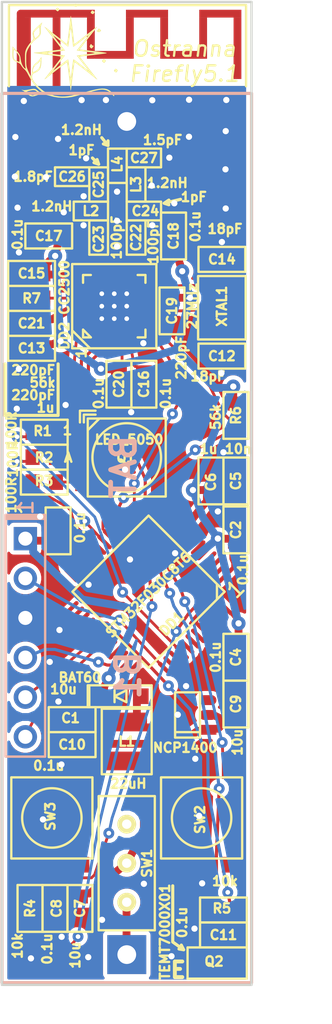
<source format=kicad_pcb>
(kicad_pcb (version 20171130) (host pcbnew "(5.0.0-rc2-dev-130-g0bdae22af)")
  (layers (0 F.Cu signal) (31 B.Cu signal) (36 B.SilkS user) (37 F.SilkS user) (38 B.Mask user) (39 F.Mask user) (44 Edge.Cuts user))
  (net 0 "")
  (net 1 +3.3V)
  (net 2 +BATT)
  (net 3 /BAT_IN)
  (net 4 /Lout)
  (net 5 GND)
  (net 6 "Net-(ANT1-Pad1)")
  (net 7 /LUM_MEAS)
  (net 8 "Net-(C12-Pad1)")
  (net 9 "Net-(C14-Pad1)")
  (net 10 "Net-(C16-Pad2)")
  (net 11 "Net-(C22-Pad2)")
  (net 12 "Net-(C22-Pad1)")
  (net 13 "Net-(C23-Pad1)")
  (net 14 "Net-(C23-Pad2)")
  (net 15 "Net-(C25-Pad2)")
  (net 16 /BTN2)
  (net 17 /BTN1)
  (net 18 "Net-(DD1-Pad12)")
  (net 19 /CC_GDO0)
  (net 20 /CC_CS)
  (net 21 /CC_SCK)
  (net 22 /CC_MISO)
  (net 23 /CC_MOSI)
  (net 24 /RED_LED)
  (net 25 /GREEN_LED)
  (net 26 /UART_TX)
  (net 27 /UART_RX)
  (net 28 /SWDIO)
  (net 29 /SWCLK)
  (net 30 /BLUE_LED)
  (net 31 "Net-(DD2-Pad17)")
  (net 32 "Net-(Q1-Pad1)")
  (net 33 "Net-(Q1-Pad2)")
  (net 34 "Net-(Q1-Pad3)")
  (net 35 "Net-(DD1-Pad29)")
  (module LQFP_TQFP:LQFP48 (layer F.Cu) (at 155.5 125.95 225)
    (fp_text reference DD1 (at 0.39878 -2.499359 225) (layer F.SilkS) (effects (font (size 0.59944 0.59944) (thickness 0.14986))))
    (fp_text value STM32F030C8T6 (at 0.141421 -0.141421 225) (layer F.SilkS) (effects (font (size 0.59944 0.59944) (thickness 0.14986))))
    (fp_text user 1 (at -4.064 -3.81 225) (layer F.SilkS))
    (pad 1 smd rect (at -4.25 -2.75 225) (size 1.2 0.27) (layers F.Cu F.Mask) (net 1 +3.3V))
    (pad 2 smd oval (at -4.25 -2.25 225) (size 1.2 0.27) (layers F.Cu F.Mask) (net 16 /BTN2))
    (pad 3 smd oval (at -4.25 -1.75 225) (size 1.2 0.27) (layers F.Cu F.Mask))
    (pad 4 smd oval (at -4.25 -1.25 225) (size 1.2 0.27) (layers F.Cu F.Mask))
    (pad 5 smd oval (at -4.25 -0.75 225) (size 1.2 0.27) (layers F.Cu F.Mask))
    (pad 6 smd oval (at -4.25 -0.25 225) (size 1.2 0.27) (layers F.Cu F.Mask))
    (pad 7 smd oval (at -4.25 0.25 225) (size 1.2 0.27) (layers F.Cu F.Mask))
    (pad 8 smd oval (at -4.25 0.75 225) (size 1.2 0.27) (layers F.Cu F.Mask) (net 5 GND))
    (pad 9 smd oval (at -4.25 1.25 225) (size 1.2 0.27) (layers F.Cu F.Mask) (net 1 +3.3V))
    (pad 10 smd oval (at -4.25 1.75 225) (size 1.2 0.27) (layers F.Cu F.Mask) (net 17 /BTN1))
    (pad 11 smd oval (at -4.25 2.25 225) (size 1.2 0.27) (layers F.Cu F.Mask) (net 7 /LUM_MEAS))
    (pad 12 smd oval (at -4.25 2.75 225) (size 1.2 0.27) (layers F.Cu F.Mask) (net 18 "Net-(DD1-Pad12)"))
    (pad 13 smd oval (at -2.75 4.25 315) (size 1.2 0.27) (layers F.Cu F.Mask) (net 19 /CC_GDO0))
    (pad 14 smd oval (at -2.25 4.25 315) (size 1.2 0.27) (layers F.Cu F.Mask) (net 20 /CC_CS))
    (pad 15 smd oval (at -1.75 4.25 315) (size 1.2 0.27) (layers F.Cu F.Mask) (net 21 /CC_SCK))
    (pad 16 smd oval (at -1.25 4.25 315) (size 1.2 0.27) (layers F.Cu F.Mask) (net 22 /CC_MISO))
    (pad 17 smd oval (at -0.75 4.25 315) (size 1.2 0.27) (layers F.Cu F.Mask) (net 23 /CC_MOSI))
    (pad 18 smd oval (at -0.25 4.25 315) (size 1.2 0.27) (layers F.Cu F.Mask) (net 24 /RED_LED))
    (pad 19 smd oval (at 0.25 4.25 315) (size 1.2 0.27) (layers F.Cu F.Mask) (net 25 /GREEN_LED))
    (pad 20 smd oval (at 0.75 4.25 315) (size 1.2 0.27) (layers F.Cu F.Mask))
    (pad 21 smd oval (at 1.25 4.25 315) (size 1.2 0.27) (layers F.Cu F.Mask))
    (pad 22 smd oval (at 1.75 4.25 315) (size 1.2 0.27) (layers F.Cu F.Mask))
    (pad 23 smd oval (at 2.25 4.25 315) (size 1.2 0.27) (layers F.Cu F.Mask) (net 5 GND))
    (pad 24 smd oval (at 2.75 4.25 315) (size 1.2 0.27) (layers F.Cu F.Mask) (net 1 +3.3V))
    (pad 25 smd oval (at 4.25 2.75 225) (size 1.2 0.27) (layers F.Cu F.Mask))
    (pad 26 smd oval (at 4.25 2.25 225) (size 1.2 0.27) (layers F.Cu F.Mask))
    (pad 27 smd oval (at 4.25 1.75 225) (size 1.2 0.27) (layers F.Cu F.Mask))
    (pad 28 smd oval (at 4.25 1.25 225) (size 1.2 0.27) (layers F.Cu F.Mask))
    (pad 29 smd oval (at 4.25 0.75 225) (size 1.2 0.27) (layers F.Cu F.Mask) (net 35 "Net-(DD1-Pad29)"))
    (pad 30 smd oval (at 4.25 0.25 225) (size 1.2 0.27) (layers F.Cu F.Mask) (net 26 /UART_TX))
    (pad 31 smd oval (at 4.25 -0.25 225) (size 1.2 0.27) (layers F.Cu F.Mask) (net 27 /UART_RX))
    (pad 32 smd oval (at 4.25 -0.75 225) (size 1.2 0.27) (layers F.Cu F.Mask))
    (pad 33 smd oval (at 4.25 -1.25 225) (size 1.2 0.27) (layers F.Cu F.Mask))
    (pad 34 smd oval (at 4.25 -1.75 225) (size 1.2 0.27) (layers F.Cu F.Mask) (net 28 /SWDIO))
    (pad 35 smd oval (at 4.25 -2.25 225) (size 1.2 0.27) (layers F.Cu F.Mask))
    (pad 36 smd oval (at 4.25 -2.75 225) (size 1.2 0.27) (layers F.Cu F.Mask))
    (pad 37 smd oval (at 2.75 -4.25 315) (size 1.2 0.27) (layers F.Cu F.Mask) (net 29 /SWCLK))
    (pad 38 smd oval (at 2.25 -4.25 315) (size 1.2 0.27) (layers F.Cu F.Mask))
    (pad 39 smd oval (at 1.75 -4.25 315) (size 1.2 0.27) (layers F.Cu F.Mask))
    (pad 40 smd oval (at 1.25 -4.25 315) (size 1.2 0.27) (layers F.Cu F.Mask) (net 30 /BLUE_LED))
    (pad 41 smd oval (at 0.75 -4.25 315) (size 1.2 0.27) (layers F.Cu F.Mask))
    (pad 42 smd oval (at 0.25 -4.25 315) (size 1.2 0.27) (layers F.Cu F.Mask))
    (pad 43 smd oval (at -0.25 -4.25 315) (size 1.2 0.27) (layers F.Cu F.Mask))
    (pad 44 smd oval (at -0.75 -4.25 315) (size 1.2 0.27) (layers F.Cu F.Mask) (net 5 GND))
    (pad 45 smd oval (at -1.25 -4.25 315) (size 1.2 0.27) (layers F.Cu F.Mask))
    (pad 46 smd oval (at -1.75 -4.25 315) (size 1.2 0.27) (layers F.Cu F.Mask))
    (pad 47 smd oval (at -2.25 -4.25 315) (size 1.2 0.27) (layers F.Cu F.Mask) (net 5 GND))
    (pad 48 smd oval (at -2.75 -4.25 315) (size 1.2 0.27) (layers F.Cu F.Mask) (net 1 +3.3V))
  )
  (module Radio:ANT_2400_MEANDER_MIRR (layer F.Cu) (at 149.6 93.55 180)
    (fp_text reference ANT1 hide)
    (fp_text value ANT_GENERAL hide)
    (fp_line (start 0 4.65) (end 2.3 4.65) (layer F.Cu) (width 0.5))
    (fp_line (start 2.3 4.65) (end 2.3 4.1) (layer F.Cu) (width 0.5))
    (pad 1 smd rect (at -1.05 4.65 180) (size 2.8 0.5) (layers F.Cu) (net 6 "Net-(ANT1-Pad1)"))
    (pad 1 smd rect (at -3.45 2.01 180) (size 2 0.5) (layers F.Cu) (net 6 "Net-(ANT1-Pad1)"))
    (pad 1 smd rect (at -2.2 3.08 180) (size 0.5 2.64) (layers F.Cu) (net 6 "Net-(ANT1-Pad1)"))
    (pad 2 smd rect (at 2.1 1.95 180) (size 0.9 4.9) (layers F.Cu) (net 5 GND))
    (pad 1 smd rect (at 0 1.95 180) (size 0.5 4.9) (layers F.Cu) (net 6 "Net-(ANT1-Pad1)"))
    (pad 1 smd rect (at -4.7 3.08 180) (size 0.5 2.64) (layers F.Cu) (net 6 "Net-(ANT1-Pad1)"))
    (pad 1 smd rect (at -6.9 3.08 180) (size 0.5 2.64) (layers F.Cu) (net 6 "Net-(ANT1-Pad1)"))
    (pad 1 smd rect (at -9.4 3.08 180) (size 0.5 2.64) (layers F.Cu) (net 6 "Net-(ANT1-Pad1)"))
    (pad 1 smd rect (at -5.8 4.65 180) (size 2.7 0.5) (layers F.Cu) (net 6 "Net-(ANT1-Pad1)"))
    (pad 1 smd rect (at -8.15 2.01 180) (size 2 0.5) (layers F.Cu) (net 6 "Net-(ANT1-Pad1)"))
    (pad 1 smd rect (at -10.5 4.65 180) (size 2.7 0.5) (layers F.Cu) (net 6 "Net-(ANT1-Pad1)"))
    (pad 1 smd rect (at -11.6 2.43 180) (size 0.5 3.94) (layers F.Cu) (net 6 "Net-(ANT1-Pad1)"))
  )
  (module Installation:BATTERY_AA (layer B.Cu) (at 154.103 122.51 90)
    (fp_text reference B1 (at -8.8 0.1 90) (layer B.SilkS) (effects (font (size 1.524 1.524) (thickness 0.3048)) (justify mirror)))
    (fp_text value BAT (at 4.560346 -0.2 90) (layer B.SilkS) (effects (font (size 1.524 1.524) (thickness 0.3048)) (justify mirror)))
    (pad C thru_hole circle (at 26.7 0 90) (size 2.5 2.5) (drill 1.2) (layers *.Cu *.Mask) (net 5 GND))
    (pad A thru_hole rect (at -26.7 0 90) (size 2.5 2.5) (drill 1.2) (layers *.Cu *.Mask) (net 3 /BAT_IN))
  )
  (module Capacitors:CAP_0603 (layer F.Cu) (at 150.6 134.15 180)
    (fp_text reference C1 (at 0.1 0.1 180) (layer F.SilkS) (effects (font (size 0.6 0.6))))
    (fp_text value 10u (at 0.55 1.95 180) (layer F.SilkS) (effects (font (size 0.6 0.6))))
    (pad 2 smd rect (at 0.762 0 180) (size 0.889 1.016) (layers F.Cu F.Mask) (net 5 GND))
    (pad 1 smd rect (at -0.762 0 180) (size 0.889 1.016) (layers F.Cu F.Mask) (net 1 +3.3V))
  )
  (module Capacitors:CAP_0603 (layer F.Cu) (at 161.1 121.988 90)
    (fp_text reference C2 (at 0 0 -90) (layer F.SilkS) (effects (font (size 0.6 0.6))))
    (fp_text value 0.1u (at -2.562 0.45 90) (layer F.SilkS) (effects (font (size 0.6 0.6))))
    (pad 2 smd rect (at 0.762 0 90) (size 0.889 1.016) (layers F.Cu F.Mask) (net 5 GND))
    (pad 1 smd rect (at -0.762 0 90) (size 0.889 1.016) (layers F.Cu F.Mask) (net 1 +3.3V))
  )
  (module Capacitors:CAP_0603 (layer F.Cu) (at 149.7 122.05 90)
    (fp_text reference C3 hide)
    (fp_text value 0.1u (at 0.2 1.4 90) (layer F.SilkS) (effects (font (size 0.6 0.6))))
    (pad 2 smd rect (at 0.762 0 90) (size 0.889 1.016) (layers F.Cu F.Mask) (net 5 GND))
    (pad 1 smd rect (at -0.762 0 90) (size 0.889 1.016) (layers F.Cu F.Mask) (net 1 +3.3V))
  )
  (module Capacitors:CAP_0603 (layer F.Cu) (at 161.1 130.15 270)
    (fp_text reference C4 (at 0 0 270) (layer F.SilkS) (effects (font (size 0.6 0.6))))
    (fp_text value 0.1u (at 0 1.3 270) (layer F.SilkS) (effects (font (size 0.6 0.6))))
    (pad 2 smd rect (at 0.762 0 270) (size 0.889 1.016) (layers F.Cu F.Mask) (net 5 GND))
    (pad 1 smd rect (at -0.762 0 270) (size 0.889 1.016) (layers F.Cu F.Mask) (net 1 +3.3V))
  )
  (module Capacitors:CAP_0603 (layer F.Cu) (at 161.1 118.85 90)
    (fp_text reference C5 (at 0 0 90) (layer F.SilkS) (effects (font (size 0.6 0.6))))
    (fp_text value 10n (at 2.05 0.15 -180) (layer F.SilkS) (effects (font (size 0.6 0.6))))
    (pad 2 smd rect (at 0.762 0 90) (size 0.889 1.016) (layers F.Cu F.Mask) (net 5 GND))
    (pad 1 smd rect (at -0.762 0 90) (size 0.889 1.016) (layers F.Cu F.Mask) (net 1 +3.3V))
  )
  (module Capacitors:CAP_0603 (layer F.Cu) (at 159.5 118.85 90)
    (fp_text reference C6 (at -0.0692 -0.0034 90) (layer F.SilkS) (effects (font (size 0.6 0.6))))
    (fp_text value 1u (at 2.05 -0.15 -180) (layer F.SilkS) (effects (font (size 0.6 0.6))))
    (pad 2 smd rect (at 0.762 0 90) (size 0.889 1.016) (layers F.Cu F.Mask) (net 5 GND))
    (pad 1 smd rect (at -0.762 0 90) (size 0.889 1.016) (layers F.Cu F.Mask) (net 1 +3.3V))
  )
  (module Capacitors:CAP_0603 (layer F.Cu) (at 151.1 146.25 270)
    (fp_text reference C7 (at 0 0 270) (layer F.SilkS) (effects (font (size 0.6 0.6))))
    (fp_text value 10u (at 3 0.3 270) (layer F.SilkS) (effects (font (size 0.6 0.6))))
    (pad 2 smd rect (at 0.762 0 270) (size 0.889 1.016) (layers F.Cu F.Mask) (net 5 GND))
    (pad 1 smd rect (at -0.762 0 270) (size 0.889 1.016) (layers F.Cu F.Mask) (net 2 +BATT))
  )
  (module Capacitors:CAP_0603 (layer F.Cu) (at 149.5 146.25 270)
    (fp_text reference C8 (at 0 -0.1 270) (layer F.SilkS) (effects (font (size 0.6 0.6))))
    (fp_text value 0.1u (at 2.6 0.5 90) (layer F.SilkS) (effects (font (size 0.6 0.6))))
    (pad 2 smd rect (at 0.762 0 270) (size 0.889 1.016) (layers F.Cu F.Mask) (net 5 GND))
    (pad 1 smd rect (at -0.762 0 270) (size 0.889 1.016) (layers F.Cu F.Mask) (net 2 +BATT))
  )
  (module Capacitors:CAP_0603 (layer F.Cu) (at 161.1 133.15 90)
    (fp_text reference C9 (at 0 0 90) (layer F.SilkS) (effects (font (size 0.6 0.6))))
    (fp_text value 10u (at -2.45 0.1 90) (layer F.SilkS) (effects (font (size 0.6 0.6))))
    (pad 2 smd rect (at 0.762 0 90) (size 0.889 1.016) (layers F.Cu F.Mask) (net 5 GND))
    (pad 1 smd rect (at -0.762 0 90) (size 0.889 1.016) (layers F.Cu F.Mask) (net 1 +3.3V))
  )
  (module Capacitors:CAP_0603 (layer F.Cu) (at 150.6 135.75 180)
    (fp_text reference C10 (at 0 0 180) (layer F.SilkS) (effects (font (size 0.6 0.6))))
    (fp_text value 0.1u (at 1.5 -1.35) (layer F.SilkS) (effects (font (size 0.6 0.6))))
    (pad 2 smd rect (at 0.762 0 180) (size 0.889 1.016) (layers F.Cu F.Mask) (net 5 GND))
    (pad 1 smd rect (at -0.762 0 180) (size 0.889 1.016) (layers F.Cu F.Mask) (net 1 +3.3V))
  )
  (module Capacitors:CAP_0603 (layer F.Cu) (at 160.3 147.95 180)
    (fp_text reference C11 (at 0 0 180) (layer F.SilkS) (effects (font (size 0.6 0.6))))
    (fp_text value 0.1u (at 2.65 0.8 270) (layer F.SilkS) (effects (font (size 0.6 0.6))))
    (pad 2 smd rect (at 0.762 0 180) (size 0.889 1.016) (layers F.Cu F.Mask) (net 5 GND))
    (pad 1 smd rect (at -0.762 0 180) (size 0.889 1.016) (layers F.Cu F.Mask) (net 7 /LUM_MEAS))
  )
  (module Capacitors:CAP_0603 (layer F.Cu) (at 160.2 110.85 180)
    (fp_text reference C12 (at 0 0 180) (layer F.SilkS) (effects (font (size 0.6 0.6))))
    (fp_text value 18pF (at 0.9 -1.3 180) (layer F.SilkS) (effects (font (size 0.6 0.6))))
    (pad 2 smd rect (at 0.762 0 180) (size 0.889 1.016) (layers F.Cu F.Mask) (net 5 GND))
    (pad 1 smd rect (at -0.762 0 180) (size 0.889 1.016) (layers F.Cu F.Mask) (net 8 "Net-(C12-Pad1)"))
  )
  (module Capacitors:CAP_0603 (layer F.Cu) (at 148 110.35 180)
    (fp_text reference C13 (at 0 0 180) (layer F.SilkS) (effects (font (size 0.6 0.6))))
    (fp_text value 1u (at -0.9 -3.8 180) (layer F.SilkS) (effects (font (size 0.6 0.6))))
    (pad 2 smd rect (at 0.762 0 180) (size 0.889 1.016) (layers F.Cu F.Mask) (net 5 GND))
    (pad 1 smd rect (at -0.762 0 180) (size 0.889 1.016) (layers F.Cu F.Mask) (net 1 +3.3V))
  )
  (module Capacitors:CAP_0603 (layer F.Cu) (at 160.2 104.65)
    (fp_text reference C14 (at 0 0) (layer F.SilkS) (effects (font (size 0.6 0.6))))
    (fp_text value 18pF (at 0.2 -1.95) (layer F.SilkS) (effects (font (size 0.6 0.6))))
    (pad 2 smd rect (at 0.762 0) (size 0.889 1.016) (layers F.Cu F.Mask) (net 5 GND))
    (pad 1 smd rect (at -0.762 0) (size 0.889 1.016) (layers F.Cu F.Mask) (net 9 "Net-(C14-Pad1)"))
  )
  (module Capacitors:CAP_0603 (layer F.Cu) (at 148 105.55 180)
    (fp_text reference C15 (at 0 0 180) (layer F.SilkS) (effects (font (size 0.6 0.6))))
    (fp_text value 220pF (at -0.1 -6.2 180) (layer F.SilkS) (effects (font (size 0.6 0.6))))
    (pad 2 smd rect (at 0.762 0 180) (size 0.889 1.016) (layers F.Cu F.Mask) (net 5 GND))
    (pad 1 smd rect (at -0.762 0 180) (size 0.889 1.016) (layers F.Cu F.Mask) (net 1 +3.3V))
  )
  (module Capacitors:CAP_0603 (layer F.Cu) (at 155.2 112.65 90)
    (fp_text reference C16 (at 0 0 90) (layer F.SilkS) (effects (font (size 0.6 0.6))))
    (fp_text value 0.1u (at -0.6 1.4 90) (layer F.SilkS) (effects (font (size 0.6 0.6))))
    (pad 2 smd rect (at 0.762 0 90) (size 0.889 1.016) (layers F.Cu F.Mask) (net 10 "Net-(C16-Pad2)"))
    (pad 1 smd rect (at -0.762 0 90) (size 0.889 1.016) (layers F.Cu F.Mask) (net 5 GND))
  )
  (module Capacitors:CAP_0603 (layer F.Cu) (at 149.1 103.15 180)
    (fp_text reference C17 (at 0 0 180) (layer F.SilkS) (effects (font (size 0.6 0.6))))
    (fp_text value 0.1u (at 2 0.1 270) (layer F.SilkS) (effects (font (size 0.6 0.6))))
    (pad 2 smd rect (at 0.762 0 180) (size 0.889 1.016) (layers F.Cu F.Mask) (net 5 GND))
    (pad 1 smd rect (at -0.762 0 180) (size 0.889 1.016) (layers F.Cu F.Mask) (net 1 +3.3V))
  )
  (module Capacitors:CAP_0603 (layer F.Cu) (at 157.1 103.15 90)
    (fp_text reference C18 (at 0 0 90) (layer F.SilkS) (effects (font (size 0.6 0.6))))
    (fp_text value 0.1u (at 0.6 1.4 90) (layer F.SilkS) (effects (font (size 0.6 0.6))))
    (pad 2 smd rect (at 0.762 0 90) (size 0.889 1.016) (layers F.Cu F.Mask) (net 5 GND))
    (pad 1 smd rect (at -0.762 0 90) (size 0.889 1.016) (layers F.Cu F.Mask) (net 1 +3.3V))
  )
  (module Capacitors:CAP_0603 (layer F.Cu) (at 157 107.95 270)
    (fp_text reference C19 (at 0 0 270) (layer F.SilkS) (effects (font (size 0.6 0.6))))
    (fp_text value 220pF (at 3 -0.6 270) (layer F.SilkS) (effects (font (size 0.6 0.6))))
    (pad 2 smd rect (at 0.762 0 270) (size 0.889 1.016) (layers F.Cu F.Mask) (net 5 GND))
    (pad 1 smd rect (at -0.762 0 270) (size 0.889 1.016) (layers F.Cu F.Mask) (net 1 +3.3V))
  )
  (module Capacitors:CAP_0603 (layer F.Cu) (at 153.6 112.65 270)
    (fp_text reference C20 (at 0 0 270) (layer F.SilkS) (effects (font (size 0.6 0.6))))
    (fp_text value 0.1u (at 0.6 1.3 270) (layer F.SilkS) (effects (font (size 0.6 0.6))))
    (pad 2 smd rect (at 0.762 0 270) (size 0.889 1.016) (layers F.Cu F.Mask) (net 5 GND))
    (pad 1 smd rect (at -0.762 0 270) (size 0.889 1.016) (layers F.Cu F.Mask) (net 1 +3.3V))
  )
  (module Capacitors:CAP_0603 (layer F.Cu) (at 148 108.75 180)
    (fp_text reference C21 (at 0 0 180) (layer F.SilkS) (effects (font (size 0.6 0.6))))
    (fp_text value 220pF (at -0.1 -4.6) (layer F.SilkS) (effects (font (size 0.6 0.6))))
    (pad 2 smd rect (at 0.762 0 180) (size 0.889 1.016) (layers F.Cu F.Mask) (net 5 GND))
    (pad 1 smd rect (at -0.762 0 180) (size 0.889 1.016) (layers F.Cu F.Mask) (net 1 +3.3V))
  )
  (module Capacitors:CAP_0402 (layer F.Cu) (at 154.7 103.25 90)
    (fp_text reference C22 (at 0 0 90) (layer F.SilkS) (effects (font (size 0.6 0.6))))
    (fp_text value 100pF (at -0.3 1.1 90) (layer F.SilkS) (effects (font (size 0.6 0.6))))
    (pad 1 smd rect (at -0.5 0 90) (size 0.6 0.6) (layers F.Cu F.Mask) (net 12 "Net-(C22-Pad1)"))
    (pad 2 smd rect (at 0.5 0 90) (size 0.6 0.6) (layers F.Cu F.Mask) (net 11 "Net-(C22-Pad2)"))
  )
  (module Capacitors:CAP_0402 (layer F.Cu) (at 152.3 103.25 90)
    (fp_text reference C23 (at -0.1 0 90) (layer F.SilkS) (effects (font (size 0.6 0.6))))
    (fp_text value 100pF (at 0 1.15 90) (layer F.SilkS) (effects (font (size 0.6 0.6))))
    (pad 1 smd rect (at -0.5 0 90) (size 0.6 0.6) (layers F.Cu F.Mask) (net 13 "Net-(C23-Pad1)"))
    (pad 2 smd rect (at 0.5 0 90) (size 0.6 0.6) (layers F.Cu F.Mask) (net 14 "Net-(C23-Pad2)"))
  )
  (module Capacitors:CAP_0402 (layer F.Cu) (at 155.2 101.55 180)
    (fp_text reference C24 (at -0.1 0 180) (layer F.SilkS) (effects (font (size 0.6 0.6))))
    (fp_text value 1pF (at -3.2 0.9 180) (layer F.SilkS) (effects (font (size 0.6 0.6))))
    (pad 1 smd rect (at -0.5 0 180) (size 0.6 0.6) (layers F.Cu F.Mask) (net 5 GND))
    (pad 2 smd rect (at 0.5 0 180) (size 0.6 0.6) (layers F.Cu F.Mask) (net 11 "Net-(C22-Pad2)"))
  )
  (module Capacitors:CAP_0402 (layer F.Cu) (at 152.3 99.85 90)
    (fp_text reference C25 (at 0 0 90) (layer F.SilkS) (effects (font (size 0.6 0.6))))
    (fp_text value 1pF (at 2.2 -1.1 -180) (layer F.SilkS) (effects (font (size 0.6 0.6))))
    (pad 1 smd rect (at -0.5 0 90) (size 0.6 0.6) (layers F.Cu F.Mask) (net 14 "Net-(C23-Pad2)"))
    (pad 2 smd rect (at 0.5 0 90) (size 0.6 0.6) (layers F.Cu F.Mask) (net 15 "Net-(C25-Pad2)"))
  )
  (module Capacitors:CAP_0402 (layer F.Cu) (at 150.6 99.35)
    (fp_text reference C26 (at 0 0) (layer F.SilkS) (effects (font (size 0.6 0.6))))
    (fp_text value 1.8pF (at -2.5 0) (layer F.SilkS) (effects (font (size 0.6 0.6))))
    (pad 1 smd rect (at -0.5 0) (size 0.6 0.6) (layers F.Cu F.Mask) (net 5 GND))
    (pad 2 smd rect (at 0.5 0) (size 0.6 0.6) (layers F.Cu F.Mask) (net 15 "Net-(C25-Pad2)"))
  )
  (module Capacitors:CAP_0402 (layer F.Cu) (at 155.2 98.15 180)
    (fp_text reference C27 (at 0 0 180) (layer F.SilkS) (effects (font (size 0.6 0.6))))
    (fp_text value 1.5pF (at -1.2 1.15 180) (layer F.SilkS) (effects (font (size 0.6 0.6))))
    (pad 1 smd rect (at -0.5 0 180) (size 0.6 0.6) (layers F.Cu F.Mask) (net 5 GND))
    (pad 2 smd rect (at 0.5 0 180) (size 0.6 0.6) (layers F.Cu F.Mask) (net 6 "Net-(ANT1-Pad1)"))
  )
  (module Diodes:SOD323 (layer F.Cu) (at 153.7 132.65)
    (fp_text reference D1 hide)
    (fp_text value BAT60 (at -2.6 -1.2) (layer F.SilkS) (effects (font (size 0.59944 0.59944) (thickness 0.14986))))
    (pad C smd rect (at -1.30048 0) (size 1.00076 1.00076) (layers F.Cu F.Mask) (net 1 +3.3V))
    (pad A smd rect (at 1.30048 0) (size 1.00076 1.00076) (layers F.Cu F.Mask) (net 4 /Lout))
  )
  (module SOT:SOT23-5 (layer F.Cu) (at 158 133.85 90)
    (fp_text reference DA1 hide)
    (fp_text value NCP1400 (at -2.1 -0.15 -180) (layer F.SilkS) (effects (font (size 0.6 0.6))))
    (pad 5 smd oval (at -0.95 -1.3 90) (size 0.635 1.1) (layers F.Cu F.Mask) (net 4 /Lout))
    (pad 4 smd oval (at 0.95 -1.3 90) (size 0.635 1.1) (layers F.Cu F.Mask) (net 5 GND))
    (pad 3 smd oval (at 0.95 1.3 90) (size 0.635 1.1) (layers F.Cu F.Mask))
    (pad 2 smd oval (at 0 1.3 90) (size 0.635 1.1) (layers F.Cu F.Mask) (net 1 +3.3V))
    (pad 1 smd rect (at -0.95 1.3 90) (size 0.635 1.1) (layers F.Cu F.Mask) (net 1 +3.3V))
  )
  (module QFN_DFN:QFN20 (layer F.Cu) (at 153.3 107.65 90)
    (fp_text reference DD2 (at -1.9 -3.2 90) (layer F.SilkS) (effects (font (size 0.6 0.6))))
    (fp_text value CC2500 (at 1.2 -3.2 90) (layer F.SilkS) (effects (font (size 0.6 0.6))))
    (fp_text user 1 (at -3.04 -2.1 90) (layer F.SilkS) (effects (font (size 0.6 0.6))))
    (pad PAD thru_hole rect (at 0.8 0.8 90) (size 0.8 0.8) (drill 0.3) (layers *.Cu F.Mask) (net 5 GND))
    (pad PAD thru_hole rect (at 0 0.8 90) (size 0.8 0.8) (drill 0.3) (layers *.Cu F.Mask) (net 5 GND))
    (pad PAD thru_hole rect (at -0.8 0.8 90) (size 0.8 0.8) (drill 0.3) (layers *.Cu F.Mask) (net 5 GND))
    (pad PAD thru_hole rect (at -0.8 0 90) (size 0.8 0.8) (drill 0.3) (layers *.Cu F.Mask) (net 5 GND))
    (pad PAD thru_hole rect (at -0.8 -0.8 90) (size 0.8 0.8) (drill 0.3) (layers *.Cu F.Mask) (net 5 GND))
    (pad PAD thru_hole rect (at 0.8 -0.8 90) (size 0.8 0.8) (drill 0.3) (layers *.Cu F.Mask) (net 5 GND))
    (pad PAD thru_hole rect (at 0 -0.8 90) (size 0.8 0.8) (drill 0.3) (layers *.Cu F.Mask) (net 5 GND))
    (pad PAD thru_hole rect (at 0.8 0 90) (size 0.8 0.8) (drill 0.3) (layers *.Cu F.Mask) (net 5 GND))
    (pad PAD thru_hole rect (at 0 0 90) (size 0.8 0.8) (drill 0.3) (layers *.Cu F.Mask) (net 5 GND))
    (pad 20 smd oval (at -1 -1.95 180) (size 1 0.28) (layers F.Cu F.Mask) (net 23 /CC_MOSI))
    (pad 19 smd oval (at -0.5 -1.95 180) (size 1 0.28) (layers F.Cu F.Mask) (net 5 GND))
    (pad 18 smd oval (at 0 -1.95 180) (size 1 0.28) (layers F.Cu F.Mask) (net 1 +3.3V))
    (pad 17 smd oval (at 0.5 -1.95 180) (size 1 0.28) (layers F.Cu F.Mask) (net 31 "Net-(DD2-Pad17)"))
    (pad 16 smd oval (at 1 -1.95 180) (size 1 0.28) (layers F.Cu F.Mask) (net 5 GND))
    (pad 15 smd oval (at 1.95 -1 270) (size 1 0.28) (layers F.Cu F.Mask) (net 1 +3.3V))
    (pad 14 smd oval (at 1.95 -0.5 270) (size 1 0.28) (layers F.Cu F.Mask) (net 1 +3.3V))
    (pad 13 smd oval (at 1.95 0 270) (size 1 0.28) (layers F.Cu F.Mask) (net 13 "Net-(C23-Pad1)"))
    (pad 12 smd oval (at 1.95 0.5 270) (size 1 0.28) (layers F.Cu F.Mask) (net 12 "Net-(C22-Pad1)"))
    (pad 11 smd oval (at 1.95 1 270) (size 1 0.28) (layers F.Cu F.Mask) (net 1 +3.3V))
    (pad 10 smd oval (at 1 1.95 180) (size 1 0.28) (layers F.Cu F.Mask) (net 9 "Net-(C14-Pad1)"))
    (pad 9 smd oval (at 0.5 1.95 180) (size 1 0.28) (layers F.Cu F.Mask) (net 1 +3.3V))
    (pad 8 smd oval (at 0 1.95 180) (size 1 0.28) (layers F.Cu F.Mask) (net 8 "Net-(C12-Pad1)"))
    (pad 7 smd oval (at -0.5 1.95 180) (size 1 0.28) (layers F.Cu F.Mask) (net 20 /CC_CS))
    (pad 6 smd oval (at -1 1.95 180) (size 1 0.28) (layers F.Cu F.Mask) (net 19 /CC_GDO0))
    (pad 5 smd oval (at -1.95 1 90) (size 1 0.28) (layers F.Cu F.Mask) (net 10 "Net-(C16-Pad2)"))
    (pad 4 smd oval (at -1.95 0.5 90) (size 1 0.28) (layers F.Cu F.Mask) (net 1 +3.3V))
    (pad 3 smd oval (at -1.95 0 90) (size 1 0.28) (layers F.Cu F.Mask))
    (pad 2 smd oval (at -1.95 -0.5 90) (size 1 0.28) (layers F.Cu F.Mask) (net 22 /CC_MISO))
    (pad 1 smd rect (at -1.95 -1 90) (size 1 0.28) (layers F.Cu F.Mask) (net 21 /CC_SCK))
  )
  (module Inductors:IND_1210_LQH32C (layer F.Cu) (at 154.1 135.55 270)
    (fp_text reference L1 (at 0 0) (layer F.SilkS) (effects (font (size 0.6 0.6))))
    (fp_text value 22uH (at 2.7 -0.1) (layer F.SilkS) (effects (font (size 0.6 0.6))))
    (pad 2 smd rect (at 1.25 0 270) (size 1.2 2.6) (layers F.Cu F.Mask) (net 2 +BATT))
    (pad 1 smd rect (at -1.25 0 270) (size 1.2 2.6) (layers F.Cu F.Mask) (net 4 /Lout))
  )
  (module Inductors:IND_0402 (layer F.Cu) (at 151.8 101.55 180)
    (fp_text reference L2 (at 0 0 180) (layer F.SilkS) (effects (font (size 0.6 0.6))))
    (fp_text value 1.2nH (at 2.5 0.3 180) (layer F.SilkS) (effects (font (size 0.6 0.6))))
    (pad 2 smd rect (at 0.5 0 180) (size 0.6 0.6) (layers F.Cu F.Mask) (net 5 GND))
    (pad 1 smd rect (at -0.5 0 180) (size 0.6 0.6) (layers F.Cu F.Mask) (net 14 "Net-(C23-Pad2)"))
  )
  (module Inductors:IND_0402 (layer F.Cu) (at 154.7 99.85 270)
    (fp_text reference L3 (at 0 0 270) (layer F.SilkS) (effects (font (size 0.6 0.6))))
    (fp_text value 1.2nH (at -0.1 -2) (layer F.SilkS) (effects (font (size 0.6 0.6))))
    (pad 2 smd rect (at 0.5 0 270) (size 0.6 0.6) (layers F.Cu F.Mask) (net 11 "Net-(C22-Pad2)"))
    (pad 1 smd rect (at -0.5 0 270) (size 0.6 0.6) (layers F.Cu F.Mask) (net 15 "Net-(C25-Pad2)"))
  )
  (module Inductors:IND_0402 (layer F.Cu) (at 153.5 98.65 270)
    (fp_text reference L4 (at -0.1 0 270) (layer F.SilkS) (effects (font (size 0.6 0.6))))
    (fp_text value 1.2nH (at -2.3 2.3) (layer F.SilkS) (effects (font (size 0.6 0.6))))
    (pad 2 smd rect (at 0.5 0 270) (size 0.6 0.6) (layers F.Cu F.Mask) (net 15 "Net-(C25-Pad2)"))
    (pad 1 smd rect (at -0.5 0 270) (size 0.6 0.6) (layers F.Cu F.Mask) (net 6 "Net-(ANT1-Pad1)"))
  )
  (module LEDs:LED_5050 (layer F.Cu) (at 154.1 117.35)
    (fp_text reference Q1 (at -0.05 0) (layer F.SilkS) (effects (font (size 0.59944 0.59944) (thickness 0.14986))))
    (fp_text value LED_5050 (at 0.15 -1.15) (layer F.SilkS) (effects (font (size 0.59944 0.59944) (thickness 0.14986))))
    (fp_text user A (at -3.75 0) (layer F.SilkS) (effects (font (size 0.6 0.6))))
    (fp_text user 1 (at -3.8 -1.75) (layer F.SilkS) (effects (font (size 0.6 0.6))))
    (pad 3 smd rect (at -2.5 1.6) (size 1.6 1.1) (layers F.Cu F.Mask) (net 34 "Net-(Q1-Pad3)"))
    (pad 2 smd rect (at -2.5 0) (size 1.6 1.1) (layers F.Cu F.Mask) (net 33 "Net-(Q1-Pad2)"))
    (pad 1 smd rect (at -2.5 -1.6) (size 1.6 1.1) (layers F.Cu F.Mask) (net 32 "Net-(Q1-Pad1)"))
    (pad 4 smd rect (at 2.5 1.6) (size 1.6 1.1) (layers F.Cu F.Mask) (net 5 GND))
    (pad 5 smd rect (at 2.5 0) (size 1.6 1.1) (layers F.Cu F.Mask) (net 5 GND))
    (pad 6 smd rect (at 2.5 -1.6) (size 1.6 1.1) (layers F.Cu F.Mask) (net 5 GND))
  )
  (module Resistors:RES_0603 (layer F.Cu) (at 148.812 115.726)
    (fp_text reference R1 (at -0.1 -0.0756) (layer F.SilkS) (effects (font (size 0.6 0.6))))
    (fp_text value 100R (at -2.1 -0.1756 -270) (layer F.SilkS) (effects (font (size 0.6 0.6))))
    (pad 2 smd rect (at 0.75 0) (size 0.9 1) (layers F.Cu F.Mask) (net 32 "Net-(Q1-Pad1)"))
    (pad 1 smd rect (at -0.75 0) (size 0.9 1) (layers F.Cu F.Mask) (net 30 /BLUE_LED))
  )
  (module Resistors:RES_0603 (layer F.Cu) (at 148.812 117.326)
    (fp_text reference R2 (at -0.0117 0.0244) (layer F.SilkS) (effects (font (size 0.6 0.6))))
    (fp_text value 100R (at -2.0117 0.1244 -270) (layer F.SilkS) (effects (font (size 0.6 0.6))))
    (pad 2 smd rect (at 0.75 0) (size 0.9 1) (layers F.Cu F.Mask) (net 33 "Net-(Q1-Pad2)"))
    (pad 1 smd rect (at -0.75 0) (size 0.9 1) (layers F.Cu F.Mask) (net 24 /RED_LED))
  )
  (module Resistors:RES_0603 (layer F.Cu) (at 148.812 118.926)
    (fp_text reference R3 (at -0.0117 -0.0756) (layer F.SilkS) (effects (font (size 0.6 0.6))))
    (fp_text value 100R (at -2.112 0.824 -270) (layer F.SilkS) (effects (font (size 0.6 0.6))))
    (pad 2 smd rect (at 0.75 0) (size 0.9 1) (layers F.Cu F.Mask) (net 34 "Net-(Q1-Pad3)"))
    (pad 1 smd rect (at -0.75 0) (size 0.9 1) (layers F.Cu F.Mask) (net 25 /GREEN_LED))
  )
  (module Resistors:RES_0603 (layer F.Cu) (at 147.9 146.25 270)
    (fp_text reference R4 (at 0 0 270) (layer F.SilkS) (effects (font (size 0.6 0.6))))
    (fp_text value 10k (at 2.4 0.8 90) (layer F.SilkS) (effects (font (size 0.6 0.6))))
    (pad 2 smd rect (at 0.75 0 270) (size 0.9 1) (layers F.Cu F.Mask) (net 18 "Net-(DD1-Pad12)"))
    (pad 1 smd rect (at -0.75 0 270) (size 0.9 1) (layers F.Cu F.Mask) (net 2 +BATT))
  )
  (module Resistors:RES_0603 (layer F.Cu) (at 160.3 146.35 180)
    (fp_text reference R5 (at 0.1 0.1 180) (layer F.SilkS) (effects (font (size 0.6 0.6))))
    (fp_text value 10k (at -0.1 1.85 180) (layer F.SilkS) (effects (font (size 0.6 0.6))))
    (pad 2 smd rect (at 0.75 0 180) (size 0.9 1) (layers F.Cu F.Mask) (net 7 /LUM_MEAS))
    (pad 1 smd rect (at -0.75 0 180) (size 0.9 1) (layers F.Cu F.Mask) (net 35 "Net-(DD1-Pad29)"))
  )
  (module Resistors:RES_0603 (layer F.Cu) (at 161.1 114.65 90)
    (fp_text reference R6 (at 0 0 90) (layer F.SilkS) (effects (font (size 0.6 0.6))))
    (fp_text value 56k (at -0.1 -1.3 90) (layer F.SilkS) (effects (font (size 0.6 0.6))))
    (pad 2 smd rect (at 0.75 0 90) (size 0.9 1) (layers F.Cu F.Mask) (net 1 +3.3V))
    (pad 1 smd rect (at -0.75 0 90) (size 0.9 1) (layers F.Cu F.Mask) (net 20 /CC_CS))
  )
  (module Resistors:RES_0603 (layer F.Cu) (at 148 107.15 180)
    (fp_text reference R7 (at 0 0 180) (layer F.SilkS) (effects (font (size 0.6 0.6))))
    (fp_text value 56k (at -0.7 -5.4 180) (layer F.SilkS) (effects (font (size 0.6 0.6))))
    (pad 2 smd rect (at 0.75 0 180) (size 0.9 1) (layers F.Cu F.Mask) (net 5 GND))
    (pad 1 smd rect (at -0.75 0 180) (size 0.9 1) (layers F.Cu F.Mask) (net 31 "Net-(DD2-Pad17)"))
  )
  (module BtnsSwitches:SW_SS-1P2T (layer F.Cu) (at 154.1 143.35 90)
    (fp_text reference SW1 (at 0 1.3 90) (layer F.SilkS) (effects (font (size 0.6 0.6))))
    (fp_text value SWITCH)
    (pad 3 thru_hole circle (at 2.5 0 90) (size 1.2 1.2) (drill 0.6) (layers *.Cu *.Mask F.SilkS))
    (pad 2 thru_hole circle (at 0 0 90) (size 1.2 1.2) (drill 0.6) (layers *.Cu *.Mask F.SilkS) (net 2 +BATT))
    (pad 1 thru_hole circle (at -2.5 0 90) (size 1.2 1.2) (drill 0.6) (layers *.Cu *.Mask F.SilkS) (net 3 /BAT_IN))
  )
  (module BtnsSwitches:BTN_4x4_SMD (layer F.Cu) (at 158.9 140.45 90)
    (fp_text reference SW2 (at -0.1 -0.1 90) (layer F.SilkS) (effects (font (size 0.59944 0.59944) (thickness 0.14986))))
    (fp_text value Btn4x4 hide)
    (pad 1 smd rect (at -3 -1.85 90) (size 1 1.1) (layers F.Cu F.Mask) (net 1 +3.3V))
    (pad 2 smd rect (at -3 1.85 90) (size 1 1.1) (layers F.Cu F.Mask) (net 17 /BTN1))
    (pad 2 smd rect (at 3 1.85 90) (size 1 1.1) (layers F.Cu F.Mask) (net 17 /BTN1))
    (pad 1 smd rect (at 3 -1.85 90) (size 1 1.1) (layers F.Cu F.Mask) (net 1 +3.3V))
  )
  (module BtnsSwitches:BTN_4x4_SMD (layer F.Cu) (at 149.3 140.45 270)
    (fp_text reference SW3 (at -0.1 0.1 270) (layer F.SilkS) (effects (font (size 0.59944 0.59944) (thickness 0.14986))))
    (fp_text value Btn4x4 hide)
    (pad 1 smd rect (at -3 -1.85 270) (size 1 1.1) (layers F.Cu F.Mask) (net 1 +3.3V))
    (pad 2 smd rect (at -3 1.85 270) (size 1 1.1) (layers F.Cu F.Mask) (net 16 /BTN2))
    (pad 2 smd rect (at 3 1.85 270) (size 1 1.1) (layers F.Cu F.Mask) (net 16 /BTN2))
    (pad 1 smd rect (at 3 -1.85 270) (size 1 1.1) (layers F.Cu F.Mask) (net 1 +3.3V))
  )
  (module PCB:TESTPOINT_1MM (layer F.Cu) (at 158.6 113.15 90)
    (fp_text reference TP1 hide)
    (fp_text value TESTPOINT hide)
    (pad 1 smd circle (at 0 0 90) (size 1 1) (layers F.Cu F.Mask) (net 19 /CC_GDO0))
  )
  (module Connectors:PLS-6 (layer F.Cu) (at 147.6 122.55 270)
    (fp_text reference XL1 hide)
    (fp_text value CONN_6 hide)
    (fp_text user 1 (at -2 0 270) (layer B.SilkS) (effects (justify mirror)))
    (fp_text user 1 (at -2 0 270) (layer F.SilkS))
    (pad 1 thru_hole rect (at 0 0 270) (size 1.5 1.5) (drill 0.9) (layers *.Cu *.Mask) (net 1 +3.3V))
    (pad 2 thru_hole circle (at 2.54 0 270) (size 1.5 1.5) (drill 0.9) (layers *.Cu *.Mask) (net 29 /SWCLK))
    (pad 3 thru_hole circle (at 5.08 0 270) (size 1.5 1.5) (drill 0.9) (layers *.Cu *.Mask) (net 5 GND))
    (pad 4 thru_hole circle (at 7.62 0 270) (size 1.5 1.5) (drill 0.9) (layers *.Cu *.Mask) (net 28 /SWDIO))
    (pad 5 thru_hole circle (at 10.16 0 270) (size 1.5 1.5) (drill 0.9) (layers *.Cu *.Mask) (net 26 /UART_TX))
    (pad 6 thru_hole circle (at 12.7 0 270) (size 1.5 1.5) (drill 0.9) (layers *.Cu *.Mask) (net 27 /UART_RX))
  )
  (module Quartz:03225C4 (layer F.Cu) (at 160.2 107.75 90)
    (fp_text reference XTAL1 (at 0.1 0 90) (layer F.SilkS) (effects (font (size 0.59944 0.59944) (thickness 0.14986))))
    (fp_text value 27MHz (at 0.1 -1.9 90) (layer F.SilkS) (effects (font (size 0.59944 0.59944) (thickness 0.14986))))
    (pad 1 smd rect (at -1.1 0.8 90) (size 1.4 1) (layers F.Cu F.Mask) (net 8 "Net-(C12-Pad1)"))
    (pad H smd rect (at 1.1 0.8 90) (size 1.4 1) (layers F.Cu F.Mask) (net 5 GND))
    (pad 2 smd rect (at 1.1 -0.8 90) (size 1.4 1) (layers F.Cu F.Mask) (net 9 "Net-(C14-Pad1)"))
    (pad H smd rect (at -1.1 -0.8 90) (size 1.4 1) (layers F.Cu F.Mask) (net 5 GND))
  )
  (module Pictures:Ostranna_8x8 (layer F.Cu) (at 150.5 91.5)
    (fp_text reference Logo1 hide)
    (fp_text value Logo hide)
  )
  (module Resistors:RES_0805 (layer F.Cu) (at 159.9 149.75 180)
    (fp_text reference Q2 (at 0.2 0.1 180) (layer F.SilkS) (effects (font (size 0.6 0.6))))
    (fp_text value TEMT7000X01 (at 3.35 2 270) (layer F.SilkS) (effects (font (size 0.6 0.6))))
    (pad 2 smd rect (at 1.016 0 180) (size 1.143 1.397) (layers F.Cu F.Mask) (net 5 GND))
    (pad 1 smd rect (at -1.016 0 180) (size 1.143 1.397) (layers F.Cu F.Mask) (net 7 /LUM_MEAS))
  )
  (gr_line (start 157.05 148.4) (end 157.05 144.8) (layer F.SilkS) (width 0.2))
  (gr_line (start 157.75 148.9) (end 157.45 148.85) (layer F.SilkS) (width 0.2))
  (gr_line (start 157.75 148.9) (end 157.6 148.6) (layer F.SilkS) (width 0.2))
  (gr_line (start 157.05 148.4) (end 157.75 148.9) (layer F.SilkS) (width 0.2))
  (gr_text E (at 157.4 150.2) (layer F.SilkS) (effects (font (size 1 1) (thickness 0.25))))
  (gr_text "Ostranna\nFirefly5.1" (at 157.8 91.95) (layer F.SilkS) (effects (font (size 1 1) (thickness 0.15) italic)))
  (gr_line (start 149.7 114.65) (end 149.7 111.35) (layer F.SilkS) (width 0.2))
  (gr_line (start 146.3 114.65) (end 149.7 114.65) (layer F.SilkS) (width 0.2))
  (gr_line (start 146.3 111.35) (end 146.3 114.65) (layer F.SilkS) (width 0.2))
  (gr_line (start 156.5 101.05) (end 156.8 100.85) (layer F.SilkS) (width 0.2))
  (gr_line (start 156.5 101.05) (end 156.8 101.15) (layer F.SilkS) (width 0.2))
  (gr_line (start 157.55 100.8) (end 156.5 101.05) (layer F.SilkS) (width 0.2))
  (gr_line (start 152.3 98.55) (end 152.2 98.25) (layer F.SilkS) (width 0.2))
  (gr_line (start 152.3 98.55) (end 152 98.45) (layer F.SilkS) (width 0.2))
  (gr_line (start 151.9 98.15) (end 152.3 98.55) (layer F.SilkS) (width 0.2))
  (gr_line (start 152.9 97.35) (end 152.9 97.05) (layer F.SilkS) (width 0.2))
  (gr_line (start 152.9 97.35) (end 152.6 97.25) (layer F.SilkS) (width 0.2))
  (gr_line (start 152.5 96.85) (end 152.9 97.35) (layer F.SilkS) (width 0.2))
  (gr_line (start 162.1 151.15) (end 146.1 151.15) (layer Edge.Cuts) (width 0.15))
  (gr_line (start 162.1 88.15) (end 162.1 151.15) (layer Edge.Cuts) (width 0.15))
  (gr_line (start 146.1 88.15) (end 162.1 88.15) (layer Edge.Cuts) (width 0.15))
  (gr_line (start 146.1 151.15) (end 146.1 88.15) (layer Edge.Cuts) (width 0.15))
  (via (at 149.8565 109.8918) (size 0.9) (drill 0.4) (layers F.Cu B.Cu) (net 1))
  (via (at 158.158 107.1103) (size 0.9) (drill 0.4) (layers F.Cu B.Cu) (net 1))
  (via (at 157.6581 105.4081) (size 0.9) (drill 0.4) (layers F.Cu B.Cu) (net 1))
  (via (at 152.442 111.6618) (size 0.9) (drill 0.4) (layers F.Cu B.Cu) (net 1))
  (via (at 160.9304 112.8) (size 0.9) (drill 0.4) (layers F.Cu B.Cu) (net 1))
  (via (at 159.942 122.543) (size 0.9) (drill 0.4) (layers F.Cu B.Cu) (net 1))
  (via (at 158.342 119.4358) (size 0.9) (drill 0.4) (layers F.Cu B.Cu) (net 1))
  (via (at 152.939 131.4938) (size 0.9) (drill 0.4) (layers F.Cu B.Cu) (net 1))
  (via (at 161.2687 127.9792) (size 0.9) (drill 0.4) (layers F.Cu B.Cu) (net 1))
  (via (at 149.5121 104.4283) (size 0.9) (drill 0.4) (layers F.Cu B.Cu) (net 1))
  (segment (start 161.2687 127.9792) (end 159.942 122.543) (width 0.5) (layer B.Cu) (net 1))
  (segment (start 149.8565 109.8918) (end 152.442 111.6618) (width 0.5) (layer B.Cu) (net 1))
  (segment (start 159.3455 117.2147) (end 158.342 119.4358) (width 0.5) (layer B.Cu) (net 1))
  (segment (start 159.3483 116.6206) (end 159.3455 117.2147) (width 0.5) (layer B.Cu) (net 1))
  (segment (start 160.9304 112.8) (end 159.3483 116.6206) (width 0.5) (layer B.Cu) (net 1))
  (segment (start 149.8565 109.8918) (end 149.5121 104.4283) (width 0.5) (layer B.Cu) (net 1))
  (segment (start 154.4951 127.4199) (end 154.3368 127.0763) (width 0.5) (layer B.Cu) (net 1))
  (segment (start 154.4951 128.1241) (end 154.4951 127.4199) (width 0.5) (layer B.Cu) (net 1))
  (segment (start 152.939 131.4938) (end 154.4951 128.1241) (width 0.5) (layer B.Cu) (net 1))
  (segment (start 158.158 107.1103) (end 157.6581 105.4081) (width 0.5) (layer B.Cu) (net 1))
  (segment (start 148.1 123.05) (end 147.6 122.55) (width 0.5) (layer B.Cu) (net 1))
  (segment (start 148.1 123.3) (end 148.1 123.05) (width 0.5) (layer B.Cu) (net 1))
  (segment (start 148.1 123.4036) (end 148.1 123.3) (width 0.5) (layer B.Cu) (net 1))
  (segment (start 148.2464 123.55) (end 148.1 123.4036) (width 0.5) (layer B.Cu) (net 1))
  (segment (start 151.2575 126.448) (end 148.2464 123.55) (width 0.5) (layer B.Cu) (net 1))
  (segment (start 153.9972 126.922) (end 151.2575 126.448) (width 0.5) (layer B.Cu) (net 1))
  (segment (start 154.3368 127.0763) (end 153.9972 126.922) (width 0.5) (layer B.Cu) (net 1))
  (segment (start 155.5595 110.97) (end 152.442 111.6618) (width 0.5) (layer B.Cu) (net 1))
  (segment (start 157.2891 110.424) (end 155.5595 110.97) (width 0.5) (layer B.Cu) (net 1))
  (segment (start 158.158 107.1103) (end 157.2891 110.424) (width 0.5) (layer B.Cu) (net 1))
  (segment (start 159.7745 112.886) (end 157.2891 110.424) (width 0.5) (layer B.Cu) (net 1))
  (segment (start 160.5615 112.886) (end 159.7745 112.886) (width 0.5) (layer B.Cu) (net 1))
  (segment (start 160.9304 112.8) (end 160.5615 112.886) (width 0.5) (layer B.Cu) (net 1))
  (segment (start 158.992 121.1979) (end 158.342 119.4358) (width 0.5) (layer B.Cu) (net 1))
  (segment (start 159.942 122.543) (end 158.992 121.1979) (width 0.5) (layer B.Cu) (net 1))
  (segment (start 157.5951 124.4321) (end 159.942 122.543) (width 0.5) (layer B.Cu) (net 1))
  (segment (start 156.5015 125.1978) (end 157.5951 124.4321) (width 0.5) (layer B.Cu) (net 1))
  (segment (start 155.3651 126.0478) (end 156.5015 125.1978) (width 0.5) (layer B.Cu) (net 1))
  (segment (start 154.3368 127.0763) (end 155.3651 126.0478) (width 0.5) (layer B.Cu) (net 1))
  (segment (start 152.4988 104.8601) (end 152.2538 104.75) (width 0.18) (layer F.Cu) (net 1))
  (segment (start 152.7799 105.1412) (end 152.4988 104.8601) (width 0.18) (layer F.Cu) (net 1))
  (segment (start 152.8 105.34) (end 152.7799 105.1412) (width 0.18) (layer F.Cu) (net 1))
  (segment (start 152.8 105.7) (end 152.8 105.34) (width 0.18) (layer F.Cu) (net 1))
  (segment (start 150.0565 103.408) (end 149.862 103.15) (width 0.5) (layer F.Cu) (net 1))
  (segment (start 150.3065 103.408) (end 150.0565 103.408) (width 0.5) (layer F.Cu) (net 1))
  (segment (start 150.4101 103.408) (end 150.3065 103.408) (width 0.5) (layer F.Cu) (net 1))
  (segment (start 151.7929 104.55) (end 150.4101 103.408) (width 0.5) (layer F.Cu) (net 1))
  (segment (start 152.2538 104.75) (end 151.7929 104.55) (width 0.5) (layer F.Cu) (net 1))
  (segment (start 153.8 109.96) (end 153.8 109.6) (width 0.18) (layer F.Cu) (net 1))
  (segment (start 153.8 111.4435) (end 153.8 109.96) (width 0.18) (layer F.Cu) (net 1))
  (segment (start 153.8 111.5335) (end 153.8 111.4435) (width 0.18) (layer F.Cu) (net 1))
  (segment (start 153.6 111.888) (end 153.8 111.5335) (width 0.18) (layer F.Cu) (net 1))
  (segment (start 160.1464 134.1719) (end 160.158 134.1603) (width 0.5) (layer F.Cu) (net 1))
  (segment (start 160.1 134.5861) (end 160.1464 134.1719) (width 0.5) (layer F.Cu) (net 1))
  (segment (start 159.9536 134.7325) (end 160.1 134.5861) (width 0.5) (layer F.Cu) (net 1))
  (segment (start 159.85 134.7325) (end 159.9536 134.7325) (width 0.5) (layer F.Cu) (net 1))
  (segment (start 159.6 134.7325) (end 159.85 134.7325) (width 0.5) (layer F.Cu) (net 1))
  (segment (start 159.3 134.8) (end 159.6 134.7325) (width 0.5) (layer F.Cu) (net 1))
  (segment (start 155.6071 135.7) (end 156.6905 136.252) (width 0.5) (layer F.Cu) (net 1))
  (segment (start 151.8065 135.7) (end 155.6071 135.7) (width 0.5) (layer F.Cu) (net 1))
  (segment (start 151.5565 135.7) (end 151.8065 135.7) (width 0.5) (layer F.Cu) (net 1))
  (segment (start 151.362 135.75) (end 151.5565 135.7) (width 0.5) (layer F.Cu) (net 1))
  (segment (start 159.5325 133.85) (end 159.3 133.85) (width 0.5) (layer F.Cu) (net 1))
  (segment (start 159.6555 133.85) (end 159.5325 133.85) (width 0.5) (layer F.Cu) (net 1))
  (segment (start 160.0346 134.0369) (end 159.6555 133.85) (width 0.5) (layer F.Cu) (net 1))
  (segment (start 160.158 134.1603) (end 160.0346 134.0369) (width 0.5) (layer F.Cu) (net 1))
  (segment (start 149.2065 105.6243) (end 151.71 105.6243) (width 0.5) (layer F.Cu) (net 1))
  (segment (start 148.9565 105.6243) (end 149.2065 105.6243) (width 0.5) (layer F.Cu) (net 1))
  (segment (start 148.762 105.55) (end 148.9565 105.6243) (width 0.5) (layer F.Cu) (net 1))
  (segment (start 153.342 111.6935) (end 153.6 111.888) (width 0.5) (layer F.Cu) (net 1))
  (segment (start 153.092 111.6935) (end 153.342 111.6935) (width 0.5) (layer F.Cu) (net 1))
  (segment (start 152.9884 111.6935) (end 153.092 111.6935) (width 0.5) (layer F.Cu) (net 1))
  (segment (start 152.442 111.6618) (end 152.9884 111.6935) (width 0.5) (layer F.Cu) (net 1))
  (segment (start 149.3101 110.092) (end 149.8565 109.8918) (width 0.5) (layer F.Cu) (net 1))
  (segment (start 149.2065 110.092) (end 149.3101 110.092) (width 0.5) (layer F.Cu) (net 1))
  (segment (start 148.9565 110.092) (end 149.2065 110.092) (width 0.5) (layer F.Cu) (net 1))
  (segment (start 148.762 110.35) (end 148.9565 110.092) (width 0.5) (layer F.Cu) (net 1))
  (segment (start 160.9249 124.4141) (end 160.9335 123.8173) (width 0.25) (layer F.Cu) (net 1))
  (segment (start 160.8739 124.4651) (end 160.9249 124.4141) (width 0.25) (layer F.Cu) (net 1))
  (segment (start 160.4497 124.8893) (end 160.8739 124.4651) (width 0.25) (layer F.Cu) (net 1))
  (segment (start 159 134.8675) (end 159.3 134.8) (width 0.5) (layer F.Cu) (net 1))
  (segment (start 158.75 134.8675) (end 159 134.8675) (width 0.5) (layer F.Cu) (net 1))
  (segment (start 158.6464 134.8675) (end 158.75 134.8675) (width 0.5) (layer F.Cu) (net 1))
  (segment (start 156.6905 136.252) (end 158.6464 134.8675) (width 0.5) (layer F.Cu) (net 1))
  (segment (start 151.15 137.7) (end 151.15 137.45) (width 0.5) (layer F.Cu) (net 1))
  (segment (start 151.15 137.95) (end 151.15 137.7) (width 0.5) (layer F.Cu) (net 1))
  (segment (start 151.15 142.95) (end 151.15 137.95) (width 0.5) (layer F.Cu) (net 1))
  (segment (start 151.15 143.2) (end 151.15 142.95) (width 0.5) (layer F.Cu) (net 1))
  (segment (start 151.15 143.45) (end 151.15 143.2) (width 0.5) (layer F.Cu) (net 1))
  (segment (start 148.1 122.681) (end 147.6 122.55) (width 0.5) (layer F.Cu) (net 1))
  (segment (start 148.35 122.681) (end 148.1 122.681) (width 0.5) (layer F.Cu) (net 1))
  (segment (start 149.192 122.681) (end 148.35 122.681) (width 0.5) (layer F.Cu) (net 1))
  (segment (start 149.442 122.681) (end 149.192 122.681) (width 0.5) (layer F.Cu) (net 1))
  (segment (start 149.7 122.812) (end 149.442 122.681) (width 0.5) (layer F.Cu) (net 1))
  (segment (start 158.992 120.4109) (end 158.3207 121.2755) (width 0.5) (layer F.Cu) (net 1))
  (segment (start 159.242 120.1601) (end 158.992 120.4109) (width 0.5) (layer F.Cu) (net 1))
  (segment (start 159.242 120.0565) (end 159.242 120.1601) (width 0.5) (layer F.Cu) (net 1))
  (segment (start 159.242 119.8065) (end 159.242 120.0565) (width 0.5) (layer F.Cu) (net 1))
  (segment (start 159.5 119.612) (end 159.242 119.8065) (width 0.5) (layer F.Cu) (net 1))
  (segment (start 157.05 143.2) (end 157.05 143.45) (width 0.5) (layer F.Cu) (net 1))
  (segment (start 157.05 142.95) (end 157.05 143.2) (width 0.5) (layer F.Cu) (net 1))
  (segment (start 157.05 137.95) (end 157.05 142.95) (width 0.5) (layer F.Cu) (net 1))
  (segment (start 157.05 137.7) (end 157.05 137.95) (width 0.5) (layer F.Cu) (net 1))
  (segment (start 157.05 137.45) (end 157.05 137.7) (width 0.5) (layer F.Cu) (net 1))
  (segment (start 160.4884 134.1065) (end 160.158 134.1603) (width 0.5) (layer F.Cu) (net 1))
  (segment (start 160.592 134.1065) (end 160.4884 134.1065) (width 0.5) (layer F.Cu) (net 1))
  (segment (start 160.842 134.1065) (end 160.592 134.1065) (width 0.5) (layer F.Cu) (net 1))
  (segment (start 161.1 133.912) (end 160.842 134.1065) (width 0.5) (layer F.Cu) (net 1))
  (segment (start 149.6675 103.408) (end 149.862 103.15) (width 0.5) (layer F.Cu) (net 1))
  (segment (start 149.6675 103.658) (end 149.6675 103.408) (width 0.5) (layer F.Cu) (net 1))
  (segment (start 149.6675 103.7616) (end 149.6675 103.658) (width 0.5) (layer F.Cu) (net 1))
  (segment (start 149.5121 104.4283) (end 149.6675 103.7616) (width 0.5) (layer F.Cu) (net 1))
  (segment (start 156.682 104.1065) (end 157.1 103.912) (width 0.18) (layer F.Cu) (net 1))
  (segment (start 156.592 104.1065) (end 156.682 104.1065) (width 0.18) (layer F.Cu) (net 1))
  (segment (start 154.3 105.34) (end 156.592 104.1065) (width 0.18) (layer F.Cu) (net 1))
  (segment (start 154.3 105.7) (end 154.3 105.34) (width 0.18) (layer F.Cu) (net 1))
  (segment (start 158.0965 121.5857) (end 158.3207 121.2755) (width 0.25) (layer F.Cu) (net 1))
  (segment (start 157.9501 121.7321) (end 158.0965 121.5857) (width 0.25) (layer F.Cu) (net 1))
  (segment (start 157.6213 122.0609) (end 157.9501 121.7321) (width 0.25) (layer F.Cu) (net 1))
  (segment (start 152.6499 132.3996) (end 152.3995 132.65) (width 0.5) (layer F.Cu) (net 1))
  (segment (start 152.6499 132.1496) (end 152.6499 132.3996) (width 0.5) (layer F.Cu) (net 1))
  (segment (start 152.6499 132.046) (end 152.6499 132.1496) (width 0.5) (layer F.Cu) (net 1))
  (segment (start 152.939 131.4938) (end 152.6499 132.046) (width 0.5) (layer F.Cu) (net 1))
  (segment (start 160.4884 122.5555) (end 159.942 122.543) (width 0.5) (layer F.Cu) (net 1))
  (segment (start 160.592 122.5555) (end 160.4884 122.5555) (width 0.5) (layer F.Cu) (net 1))
  (segment (start 160.842 122.5555) (end 160.592 122.5555) (width 0.5) (layer F.Cu) (net 1))
  (segment (start 161.1 122.75) (end 160.842 122.5555) (width 0.5) (layer F.Cu) (net 1))
  (segment (start 149.958 123.1665) (end 149.7 122.812) (width 0.18) (layer F.Cu) (net 1))
  (segment (start 149.958 123.2565) (end 149.958 123.1665) (width 0.18) (layer F.Cu) (net 1))
  (segment (start 150.1 124.4038) (end 149.958 123.2565) (width 0.18) (layer F.Cu) (net 1))
  (segment (start 150.2215 124.5605) (end 150.1 124.4038) (width 0.18) (layer F.Cu) (net 1))
  (segment (start 150.5503 124.8893) (end 150.2215 124.5605) (width 0.18) (layer F.Cu) (net 1))
  (segment (start 160.9335 122.9445) (end 161.1 122.75) (width 0.5) (layer F.Cu) (net 1))
  (segment (start 160.9335 123.1945) (end 160.9335 122.9445) (width 0.5) (layer F.Cu) (net 1))
  (segment (start 160.9335 123.8173) (end 160.9335 123.1945) (width 0.5) (layer F.Cu) (net 1))
  (segment (start 151.5565 133.892) (end 151.362 134.15) (width 0.5) (layer F.Cu) (net 1))
  (segment (start 151.5565 133.642) (end 151.5565 133.892) (width 0.5) (layer F.Cu) (net 1))
  (segment (start 151.5607 133.5402) (end 151.5565 133.642) (width 0.5) (layer F.Cu) (net 1))
  (segment (start 151.7047 133.3962) (end 151.5607 133.5402) (width 0.5) (layer F.Cu) (net 1))
  (segment (start 152.0009 133.3962) (end 151.7047 133.3962) (width 0.5) (layer F.Cu) (net 1))
  (segment (start 152.1449 133.2522) (end 152.0009 133.3962) (width 0.5) (layer F.Cu) (net 1))
  (segment (start 152.1491 133.1504) (end 152.1449 133.2522) (width 0.5) (layer F.Cu) (net 1))
  (segment (start 152.1491 132.9004) (end 152.1491 133.1504) (width 0.5) (layer F.Cu) (net 1))
  (segment (start 152.3995 132.65) (end 152.1491 132.9004) (width 0.5) (layer F.Cu) (net 1))
  (segment (start 150.7912 107.67) (end 150.35 107.9087) (width 0.18) (layer F.Cu) (net 1))
  (segment (start 150.99 107.65) (end 150.7912 107.67) (width 0.18) (layer F.Cu) (net 1))
  (segment (start 151.35 107.65) (end 150.99 107.65) (width 0.18) (layer F.Cu) (net 1))
  (segment (start 148.9565 105.292) (end 148.762 105.55) (width 0.5) (layer F.Cu) (net 1))
  (segment (start 148.9565 105.042) (end 148.9565 105.292) (width 0.5) (layer F.Cu) (net 1))
  (segment (start 148.9565 104.9384) (end 148.9565 105.042) (width 0.5) (layer F.Cu) (net 1))
  (segment (start 149.1029 104.792) (end 148.9565 104.9384) (width 0.5) (layer F.Cu) (net 1))
  (segment (start 149.5121 104.4283) (end 149.1029 104.792) (width 0.5) (layer F.Cu) (net 1))
  (segment (start 159.242 119.4358) (end 159.5 119.612) (width 0.5) (layer F.Cu) (net 1))
  (segment (start 158.992 119.4358) (end 159.242 119.4358) (width 0.5) (layer F.Cu) (net 1))
  (segment (start 158.342 119.4358) (end 158.992 119.4358) (width 0.5) (layer F.Cu) (net 1))
  (segment (start 148.9565 108.492) (end 148.762 108.75) (width 0.5) (layer F.Cu) (net 1))
  (segment (start 149.2065 108.492) (end 148.9565 108.492) (width 0.5) (layer F.Cu) (net 1))
  (segment (start 149.3101 108.492) (end 149.2065 108.492) (width 0.5) (layer F.Cu) (net 1))
  (segment (start 150.35 107.9087) (end 149.3101 108.492) (width 0.5) (layer F.Cu) (net 1))
  (segment (start 151.256 136.008) (end 151.362 135.75) (width 0.5) (layer F.Cu) (net 1))
  (segment (start 151.256 136.258) (end 151.256 136.008) (width 0.5) (layer F.Cu) (net 1))
  (segment (start 151.256 136.95) (end 151.256 136.258) (width 0.5) (layer F.Cu) (net 1))
  (segment (start 151.256 137.2) (end 151.256 136.95) (width 0.5) (layer F.Cu) (net 1))
  (segment (start 151.15 137.45) (end 151.256 137.2) (width 0.5) (layer F.Cu) (net 1))
  (segment (start 156.582 107.15) (end 157 107.188) (width 0.18) (layer F.Cu) (net 1))
  (segment (start 156.492 107.15) (end 156.582 107.15) (width 0.18) (layer F.Cu) (net 1))
  (segment (start 155.61 107.15) (end 156.492 107.15) (width 0.18) (layer F.Cu) (net 1))
  (segment (start 155.25 107.15) (end 155.61 107.15) (width 0.18) (layer F.Cu) (net 1))
  (segment (start 152.3 105.6243) (end 151.71 105.6243) (width 0.18) (layer F.Cu) (net 1))
  (segment (start 152.3 105.7) (end 152.3 105.6243) (width 0.18) (layer F.Cu) (net 1))
  (segment (start 160.9304 113.7) (end 161.1 113.9) (width 0.5) (layer F.Cu) (net 1))
  (segment (start 160.9304 113.45) (end 160.9304 113.7) (width 0.5) (layer F.Cu) (net 1))
  (segment (start 160.9304 112.8) (end 160.9304 113.45) (width 0.5) (layer F.Cu) (net 1))
  (segment (start 156.75 137.2) (end 157.05 137.45) (width 0.5) (layer F.Cu) (net 1))
  (segment (start 156.75 136.95) (end 156.75 137.2) (width 0.5) (layer F.Cu) (net 1))
  (segment (start 156.75 136.8464) (end 156.75 136.95) (width 0.5) (layer F.Cu) (net 1))
  (segment (start 156.6905 136.252) (end 156.75 136.8464) (width 0.5) (layer F.Cu) (net 1))
  (segment (start 151.362 135.492) (end 151.362 135.75) (width 0.5) (layer F.Cu) (net 1))
  (segment (start 151.362 135.242) (end 151.362 135.492) (width 0.5) (layer F.Cu) (net 1))
  (segment (start 151.362 134.658) (end 151.362 135.242) (width 0.5) (layer F.Cu) (net 1))
  (segment (start 151.362 134.408) (end 151.362 134.658) (width 0.5) (layer F.Cu) (net 1))
  (segment (start 151.362 134.15) (end 151.362 134.408) (width 0.5) (layer F.Cu) (net 1))
  (segment (start 157.358 104.1065) (end 157.1 103.912) (width 0.5) (layer F.Cu) (net 1))
  (segment (start 157.358 104.3565) (end 157.358 104.1065) (width 0.5) (layer F.Cu) (net 1))
  (segment (start 157.358 104.4601) (end 157.358 104.3565) (width 0.5) (layer F.Cu) (net 1))
  (segment (start 157.6581 105.4081) (end 157.358 104.4601) (width 0.5) (layer F.Cu) (net 1))
  (segment (start 160.842 119.612) (end 161.1 119.612) (width 0.5) (layer F.Cu) (net 1))
  (segment (start 160.592 119.612) (end 160.842 119.612) (width 0.5) (layer F.Cu) (net 1))
  (segment (start 160.008 119.612) (end 160.592 119.612) (width 0.5) (layer F.Cu) (net 1))
  (segment (start 159.758 119.612) (end 160.008 119.612) (width 0.5) (layer F.Cu) (net 1))
  (segment (start 159.5 119.612) (end 159.758 119.612) (width 0.5) (layer F.Cu) (net 1))
  (segment (start 157.508 107.1103) (end 158.158 107.1103) (width 0.5) (layer F.Cu) (net 1))
  (segment (start 157.258 107.1103) (end 157.508 107.1103) (width 0.5) (layer F.Cu) (net 1))
  (segment (start 157 107.188) (end 157.258 107.1103) (width 0.5) (layer F.Cu) (net 1))
  (segment (start 161.2687 128.9435) (end 161.2687 127.9792) (width 0.5) (layer F.Cu) (net 1))
  (segment (start 161.2687 129.1935) (end 161.2687 128.9435) (width 0.5) (layer F.Cu) (net 1))
  (segment (start 161.1 129.388) (end 161.2687 129.1935) (width 0.5) (layer F.Cu) (net 1))
  (segment (start 148.762 110.092) (end 148.762 110.35) (width 0.5) (layer F.Cu) (net 1))
  (segment (start 148.762 109.842) (end 148.762 110.092) (width 0.5) (layer F.Cu) (net 1))
  (segment (start 148.762 109.258) (end 148.762 109.842) (width 0.5) (layer F.Cu) (net 1))
  (segment (start 148.762 109.008) (end 148.762 109.258) (width 0.5) (layer F.Cu) (net 1))
  (segment (start 148.762 108.75) (end 148.762 109.008) (width 0.5) (layer F.Cu) (net 1))
  (segment (start 160.9 127.4962) (end 161.2687 127.9792) (width 0.18) (layer F.Cu) (net 1))
  (segment (start 160.7785 127.3395) (end 160.9 127.4962) (width 0.18) (layer F.Cu) (net 1))
  (segment (start 160.4497 127.0107) (end 160.7785 127.3395) (width 0.18) (layer F.Cu) (net 1))
  (segment (start 152.4988 104.8601) (end 152.288 104.9063) (width 0.18) (layer F.Cu) (net 1))
  (segment (start 152.4988 104.8601) (end 152.3934 104.6719) (width 0.18) (layer F.Cu) (net 1))
  (segment (start 160.9292 124.1173) (end 160.8192 123.8678) (width 0.25) (layer F.Cu) (net 1))
  (segment (start 160.9292 124.1173) (end 161.0464 123.871) (width 0.25) (layer F.Cu) (net 1))
  (segment (start 158.145 121.5186) (end 158.1981 121.2511) (width 0.25) (layer F.Cu) (net 1))
  (segment (start 158.145 121.5186) (end 158.3823 121.3843) (width 0.25) (layer F.Cu) (net 1))
  (segment (start 150.6877 107.726) (end 150.4778 108.0049) (width 0.18) (layer F.Cu) (net 1))
  (segment (start 150.6877 107.726) (end 150.3394 107.7491) (width 0.18) (layer F.Cu) (net 1))
  (segment (start 152.094 105.6243) (end 151.7767 105.7697) (width 0.18) (layer F.Cu) (net 1))
  (segment (start 152.094 105.6243) (end 151.7767 105.4789) (width 0.18) (layer F.Cu) (net 1))
  (segment (start 155.15 137.15) (end 154.1 136.8) (width 0.5) (layer F.Cu) (net 2))
  (segment (start 155.15 137.4) (end 155.15 137.15) (width 0.5) (layer F.Cu) (net 2))
  (segment (start 155.15 137.5036) (end 155.15 137.4) (width 0.5) (layer F.Cu) (net 2))
  (segment (start 155.2 140.3944) (end 155.15 137.5036) (width 0.5) (layer F.Cu) (net 2))
  (segment (start 155.2 141.3056) (end 155.2 140.3944) (width 0.5) (layer F.Cu) (net 2))
  (segment (start 154.1 143.35) (end 155.2 141.3056) (width 0.5) (layer F.Cu) (net 2))
  (segment (start 151.7116 145.2935) (end 154.1 143.35) (width 0.5) (layer F.Cu) (net 2))
  (segment (start 151.608 145.2935) (end 151.7116 145.2935) (width 0.5) (layer F.Cu) (net 2))
  (segment (start 151.358 145.2935) (end 151.608 145.2935) (width 0.5) (layer F.Cu) (net 2))
  (segment (start 151.1 145.488) (end 151.358 145.2935) (width 0.5) (layer F.Cu) (net 2))
  (segment (start 149.758 145.488) (end 149.5 145.488) (width 0.5) (layer F.Cu) (net 2))
  (segment (start 150.008 145.488) (end 149.758 145.488) (width 0.5) (layer F.Cu) (net 2))
  (segment (start 150.592 145.488) (end 150.008 145.488) (width 0.5) (layer F.Cu) (net 2))
  (segment (start 150.842 145.488) (end 150.592 145.488) (width 0.5) (layer F.Cu) (net 2))
  (segment (start 151.1 145.488) (end 150.842 145.488) (width 0.5) (layer F.Cu) (net 2))
  (segment (start 148.15 145.494) (end 147.9 145.5) (width 0.5) (layer F.Cu) (net 2))
  (segment (start 148.4 145.494) (end 148.15 145.494) (width 0.5) (layer F.Cu) (net 2))
  (segment (start 148.992 145.494) (end 148.4 145.494) (width 0.5) (layer F.Cu) (net 2))
  (segment (start 149.242 145.494) (end 148.992 145.494) (width 0.5) (layer F.Cu) (net 2))
  (segment (start 149.5 145.488) (end 149.242 145.494) (width 0.5) (layer F.Cu) (net 2))
  (segment (start 154.087 148.193) (end 154.09 149.193) (width 0.5) (layer F.Cu) (net 3))
  (segment (start 154.087 147.943) (end 154.087 148.193) (width 0.5) (layer F.Cu) (net 3))
  (segment (start 154.087 145.933) (end 154.087 147.943) (width 0.5) (layer F.Cu) (net 3))
  (segment (start 154.7501 132.9004) (end 155.0005 132.65) (width 0.5) (layer F.Cu) (net 4))
  (segment (start 154.7501 133.1504) (end 154.7501 132.9004) (width 0.5) (layer F.Cu) (net 4))
  (segment (start 154.7501 133.7) (end 154.7501 133.1504) (width 0.5) (layer F.Cu) (net 4))
  (segment (start 154.7501 133.95) (end 154.7501 133.7) (width 0.5) (layer F.Cu) (net 4))
  (segment (start 154.1 134.3) (end 154.7501 133.95) (width 0.5) (layer F.Cu) (net 4))
  (segment (start 155.15 134.65) (end 154.1 134.3) (width 0.5) (layer F.Cu) (net 4))
  (segment (start 155.4 134.65) (end 155.15 134.65) (width 0.5) (layer F.Cu) (net 4))
  (segment (start 155.5036 134.65) (end 155.4 134.65) (width 0.5) (layer F.Cu) (net 4))
  (segment (start 156.4675 134.8) (end 155.5036 134.65) (width 0.5) (layer F.Cu) (net 4))
  (segment (start 156.7 134.8) (end 156.4675 134.8) (width 0.5) (layer F.Cu) (net 4))
  (via (at 155.737 102.463) (size 0.9) (drill 0.4) (layers F.Cu B.Cu) (net 5))
  (via (at 151.33 102.463) (size 0.9) (drill 0.4) (layers F.Cu B.Cu) (net 5))
  (via (at 151.337 100.603) (size 0.9) (drill 0.4) (layers F.Cu B.Cu) (net 5))
  (via (at 153.479 100.31) (size 0.9) (drill 0.4) (layers F.Cu B.Cu) (net 5))
  (via (at 153.48 102.18) (size 0.9) (drill 0.4) (layers F.Cu B.Cu) (net 5))
  (via (at 155.7 99.9228) (size 0.9) (drill 0.4) (layers F.Cu B.Cu) (net 5))
  (via (at 147.189 104.202) (size 0.9) (drill 0.4) (layers F.Cu B.Cu) (net 5))
  (via (at 147.501 94.4981) (size 0.9) (drill 0.4) (layers F.Cu B.Cu) (net 5))
  (via (at 160.201 103.537) (size 0.9) (drill 0.4) (layers F.Cu B.Cu) (net 5))
  (via (at 160.168 111.936) (size 0.9) (drill 0.4) (layers F.Cu B.Cu) (net 5))
  (via (at 155.166 110.02) (size 0.9) (drill 0.4) (layers F.Cu B.Cu) (net 5))
  (via (at 160.2983 117.0141) (size 0.9) (drill 0.4) (layers F.Cu B.Cu) (net 5))
  (via (at 148.549 121.133) (size 0.9) (drill 0.4) (layers F.Cu B.Cu) (net 5))
  (via (at 151.651 125.498) (size 0.9) (drill 0.4) (layers F.Cu B.Cu) (net 5))
  (via (at 149.927 148.069) (size 0.9) (drill 0.4) (layers F.Cu B.Cu) (net 5))
  (via (at 149.913 137.025) (size 0.9) (drill 0.4) (layers F.Cu B.Cu) (net 5))
  (via (at 152.516 146.981) (size 0.9) (drill 0.4) (layers F.Cu B.Cu) (net 5))
  (via (at 158.4435 147.5448) (size 0.9) (drill 0.4) (layers F.Cu B.Cu) (net 5))
  (via (at 149.7198 132.9873) (size 0.9) (drill 0.4) (layers F.Cu B.Cu) (net 5))
  (via (at 149.164 130.4501) (size 0.9) (drill 0.4) (layers F.Cu B.Cu) (net 5))
  (via (at 154.385 114.441) (size 0.9) (drill 0.4) (layers F.Cu B.Cu) (net 5))
  (via (at 153.477 103.822) (size 0.9) (drill 0.4) (layers F.Cu B.Cu) (net 5))
  (via (at 146.96 96.8068) (size 0.9) (drill 0.4) (layers F.Cu B.Cu) (net 5))
  (via (at 146.93 99.3468) (size 0.9) (drill 0.4) (layers F.Cu B.Cu) (net 5))
  (via (at 150.06 101.63) (size 0.9) (drill 0.4) (layers F.Cu B.Cu) (net 5))
  (via (at 148.926 99.377) (size 0.9) (drill 0.4) (layers F.Cu B.Cu) (net 5))
  (via (at 149.697 96.9278) (size 0.9) (drill 0.4) (layers F.Cu B.Cu) (net 5))
  (via (at 152.7663 94.4353) (size 0.9) (drill 0.4) (layers F.Cu B.Cu) (net 5))
  (via (at 155.7381 94.4484) (size 0.9) (drill 0.4) (layers F.Cu B.Cu) (net 5))
  (via (at 158.0961 94.4181) (size 0.9) (drill 0.4) (layers F.Cu B.Cu) (net 5))
  (via (at 160.4851 94.4333) (size 0.9) (drill 0.4) (layers F.Cu B.Cu) (net 5))
  (via (at 160.446 96.4289) (size 0.9) (drill 0.4) (layers F.Cu B.Cu) (net 5))
  (via (at 160.431 98.8781) (size 0.9) (drill 0.4) (layers F.Cu B.Cu) (net 5))
  (via (at 160.446 101.388) (size 0.9) (drill 0.4) (layers F.Cu B.Cu) (net 5))
  (via (at 157.15 101.055) (size 0.9) (drill 0.4) (layers F.Cu B.Cu) (net 5))
  (via (at 156.8309 98.1326) (size 0.9) (drill 0.4) (layers F.Cu B.Cu) (net 5))
  (via (at 158.0902 96.7906) (size 0.9) (drill 0.4) (layers F.Cu B.Cu) (net 5))
  (via (at 147.187 111.668) (size 0.9) (drill 0.4) (layers F.Cu B.Cu) (net 5))
  (via (at 147.051 114.223) (size 0.9) (drill 0.4) (layers F.Cu B.Cu) (net 5))
  (via (at 150.181 113.982) (size 0.9) (drill 0.4) (layers F.Cu B.Cu) (net 5))
  (via (at 153.991 118.124) (size 0.9) (drill 0.4) (layers F.Cu B.Cu) (net 5))
  (via (at 157.9032 132.0015) (size 0.9) (drill 0.4) (layers F.Cu B.Cu) (net 5))
  (via (at 158.496 136.66) (size 0.9) (drill 0.4) (layers F.Cu B.Cu) (net 5))
  (via (at 158.738 140.318) (size 0.9) (drill 0.4) (layers F.Cu B.Cu) (net 5))
  (via (at 158.934 144.642) (size 0.9) (drill 0.4) (layers F.Cu B.Cu) (net 5))
  (via (at 156.969 149.314) (size 0.9) (drill 0.4) (layers F.Cu B.Cu) (net 5))
  (via (at 155.2 144.672) (size 0.9) (drill 0.4) (layers F.Cu B.Cu) (net 5))
  (via (at 151.632 149.374) (size 0.9) (drill 0.4) (layers F.Cu B.Cu) (net 5))
  (via (at 147.958 149.45) (size 0.9) (drill 0.4) (layers F.Cu B.Cu) (net 5))
  (via (at 148.729 140.545) (size 0.9) (drill 0.4) (layers F.Cu B.Cu) (net 5))
  (via (at 149.788 128.405) (size 0.9) (drill 0.4) (layers F.Cu B.Cu) (net 5))
  (via (at 154.308 123.884) (size 0.9) (drill 0.4) (layers F.Cu B.Cu) (net 5))
  (via (at 151.496 98.1675) (size 0.9) (drill 0.4) (layers F.Cu B.Cu) (net 5))
  (via (at 151.2069 94.4388) (size 0.9) (drill 0.4) (layers F.Cu B.Cu) (net 5))
  (via (at 157.3729 133.835) (size 0.9) (drill 0.4) (layers F.Cu B.Cu) (net 5))
  (via (at 159.942 120.8044) (size 0.9) (drill 0.4) (layers F.Cu B.Cu) (net 5))
  (via (at 157.2016 123.4821) (size 0.9) (drill 0.4) (layers F.Cu B.Cu) (net 5))
  (via (at 147.1001 101.3355) (size 0.9) (drill 0.4) (layers F.Cu B.Cu) (net 5))
  (segment (start 151.2069 94.4388) (end 152.7663 94.4353) (width 0.5) (layer B.Cu) (net 5))
  (segment (start 147.6 127.63) (end 149.788 128.405) (width 0.5) (layer B.Cu) (net 5))
  (segment (start 157.3729 133.835) (end 158.496 136.66) (width 0.5) (layer B.Cu) (net 5))
  (segment (start 155.7 99.9228) (end 153.479 100.31) (width 0.5) (layer B.Cu) (net 5))
  (segment (start 155.7381 94.4484) (end 158.0961 94.4181) (width 0.5) (layer B.Cu) (net 5))
  (segment (start 158.0902 96.7906) (end 156.8309 98.1326) (width 0.5) (layer B.Cu) (net 5))
  (segment (start 149.7198 132.9873) (end 149.164 130.4501) (width 0.5) (layer B.Cu) (net 5))
  (segment (start 159.3824 95.5187) (end 158.0902 96.7906) (width 0.5) (layer B.Cu) (net 5))
  (segment (start 159.3824 95.5187) (end 160.446 96.4289) (width 0.5) (layer B.Cu) (net 5))
  (segment (start 160.4851 94.4333) (end 159.3824 95.5187) (width 0.5) (layer B.Cu) (net 5))
  (segment (start 158.0961 94.4181) (end 159.3824 95.5187) (width 0.5) (layer B.Cu) (net 5))
  (segment (start 160.2983 117.0141) (end 159.942 120.8044) (width 0.5) (layer B.Cu) (net 5))
  (segment (start 156.5557 148.4768) (end 158.4435 147.5448) (width 0.5) (layer B.Cu) (net 5))
  (segment (start 158.934 144.642) (end 158.4435 147.5448) (width 0.5) (layer B.Cu) (net 5))
  (segment (start 157.2016 123.4821) (end 154.308 123.884) (width 0.5) (layer B.Cu) (net 5))
  (segment (start 156.5557 148.4768) (end 156.969 149.314) (width 0.5) (layer B.Cu) (net 5))
  (segment (start 154.522 146.983) (end 155.756 146.857) (width 0.5) (layer B.Cu) (net 5))
  (segment (start 153.652 146.983) (end 154.522 146.983) (width 0.5) (layer B.Cu) (net 5))
  (segment (start 152.516 146.981) (end 153.652 146.983) (width 0.5) (layer B.Cu) (net 5))
  (segment (start 154.237 108.583) (end 154.087 108.433) (width 0.5) (layer B.Cu) (net 5))
  (segment (start 154.237 108.833) (end 154.237 108.583) (width 0.5) (layer B.Cu) (net 5))
  (segment (start 154.237 108.936) (end 154.237 108.833) (width 0.5) (layer B.Cu) (net 5))
  (segment (start 155.166 110.02) (end 154.237 108.936) (width 0.5) (layer B.Cu) (net 5))
  (segment (start 153.48 102.18) (end 155.737 102.463) (width 0.5) (layer B.Cu) (net 5))
  (segment (start 160.201 103.537) (end 160.168 111.936) (width 0.5) (layer B.Cu) (net 5))
  (segment (start 151.337 100.603) (end 153.479 100.31) (width 0.5) (layer B.Cu) (net 5))
  (segment (start 148.825 103.495) (end 151.33 102.463) (width 0.5) (layer B.Cu) (net 5))
  (segment (start 147.189 104.202) (end 148.825 103.495) (width 0.5) (layer B.Cu) (net 5))
  (segment (start 149.927 148.069) (end 149.917 140.59) (width 0.5) (layer B.Cu) (net 5))
  (segment (start 153.48 102.18) (end 151.33 102.463) (width 0.5) (layer B.Cu) (net 5))
  (segment (start 153.48 102.18) (end 153.477 103.822) (width 0.5) (layer B.Cu) (net 5))
  (segment (start 148.549 121.133) (end 151.651 125.498) (width 0.5) (layer B.Cu) (net 5))
  (segment (start 153.437 106.683) (end 153.287 106.833) (width 0.5) (layer B.Cu) (net 5))
  (segment (start 153.437 106.433) (end 153.437 106.683) (width 0.5) (layer B.Cu) (net 5))
  (segment (start 153.437 106.319) (end 153.437 106.433) (width 0.5) (layer B.Cu) (net 5))
  (segment (start 153.477 103.822) (end 153.437 106.319) (width 0.5) (layer B.Cu) (net 5))
  (segment (start 160.446 96.4289) (end 160.431 98.8781) (width 0.5) (layer B.Cu) (net 5))
  (segment (start 160.446 101.388) (end 160.201 103.537) (width 0.5) (layer B.Cu) (net 5))
  (segment (start 149.917 140.59) (end 149.913 137.025) (width 0.5) (layer B.Cu) (net 5))
  (segment (start 149.917 140.59) (end 148.729 140.545) (width 0.5) (layer B.Cu) (net 5))
  (segment (start 151.632 149.374) (end 149.954 149.284) (width 0.5) (layer B.Cu) (net 5))
  (segment (start 149.954 149.284) (end 149.927 148.069) (width 0.5) (layer B.Cu) (net 5))
  (segment (start 149.954 149.284) (end 147.958 149.45) (width 0.5) (layer B.Cu) (net 5))
  (segment (start 155.756 146.857) (end 155.2 144.672) (width 0.5) (layer B.Cu) (net 5))
  (segment (start 155.756 146.857) (end 156.5557 148.4768) (width 0.5) (layer B.Cu) (net 5))
  (segment (start 158.934 144.642) (end 158.738 140.318) (width 0.5) (layer B.Cu) (net 5))
  (segment (start 158.738 140.318) (end 158.496 136.66) (width 0.5) (layer B.Cu) (net 5))
  (segment (start 154.385 114.441) (end 153.991 118.124) (width 0.5) (layer B.Cu) (net 5))
  (segment (start 155.7381 94.4484) (end 154.103 95.81) (width 0.5) (layer F.Cu) (net 5))
  (segment (start 159.7674 127.0354) (end 160.0962 127.3642) (width 0.25) (layer F.Cu) (net 5))
  (segment (start 159.6209 126.889) (end 159.7674 127.0354) (width 0.25) (layer F.Cu) (net 5))
  (segment (start 159.2067 126.889) (end 159.6209 126.889) (width 0.25) (layer F.Cu) (net 5))
  (segment (start 158.8532 127.2425) (end 159.2067 126.889) (width 0.25) (layer F.Cu) (net 5))
  (segment (start 158.5603 127.5354) (end 158.8532 127.2425) (width 0.25) (layer F.Cu) (net 5))
  (segment (start 158.5603 127.9496) (end 158.5603 127.5354) (width 0.25) (layer F.Cu) (net 5))
  (segment (start 158.7067 128.0961) (end 158.5603 127.9496) (width 0.25) (layer F.Cu) (net 5))
  (segment (start 159.0355 128.4249) (end 158.7067 128.0961) (width 0.25) (layer F.Cu) (net 5))
  (segment (start 159.3435 147.692) (end 159.538 147.95) (width 0.5) (layer F.Cu) (net 5))
  (segment (start 159.0935 147.692) (end 159.3435 147.692) (width 0.5) (layer F.Cu) (net 5))
  (segment (start 158.9899 147.692) (end 159.0935 147.692) (width 0.5) (layer F.Cu) (net 5))
  (segment (start 158.4435 147.5448) (end 158.9899 147.692) (width 0.5) (layer F.Cu) (net 5))
  (segment (start 147.3935 103.2009) (end 147.4435 102.9823) (width 0.5) (layer F.Cu) (net 5))
  (segment (start 147.189 104.202) (end 147.3935 103.2009) (width 0.5) (layer F.Cu) (net 5))
  (segment (start 151.1421 125.8531) (end 151.651 125.498) (width 0.5) (layer F.Cu) (net 5))
  (segment (start 150.6161 126.0469) (end 151.1421 125.8531) (width 0.5) (layer F.Cu) (net 5))
  (segment (start 149.9585 126.7045) (end 150.6161 126.0469) (width 0.5) (layer F.Cu) (net 5))
  (segment (start 149.5865 127.0765) (end 149.9585 126.7045) (width 0.5) (layer F.Cu) (net 5))
  (segment (start 149.5865 127.6025) (end 149.5865 127.0765) (width 0.5) (layer F.Cu) (net 5))
  (segment (start 149.788 128.405) (end 149.5865 127.6025) (width 0.5) (layer F.Cu) (net 5))
  (segment (start 159.5107 128.9001) (end 159.7231 130.3381) (width 0.25) (layer F.Cu) (net 5))
  (segment (start 159.3643 128.7537) (end 159.5107 128.9001) (width 0.25) (layer F.Cu) (net 5))
  (segment (start 159.0355 128.4249) (end 159.3643 128.7537) (width 0.25) (layer F.Cu) (net 5))
  (segment (start 154.0044 114.1065) (end 154.385 114.441) (width 0.5) (layer F.Cu) (net 5))
  (segment (start 153.858 113.9601) (end 154.0044 114.1065) (width 0.5) (layer F.Cu) (net 5))
  (segment (start 153.858 113.8565) (end 153.858 113.9601) (width 0.5) (layer F.Cu) (net 5))
  (segment (start 153.858 113.6065) (end 153.858 113.8565) (width 0.5) (layer F.Cu) (net 5))
  (segment (start 153.6 113.412) (end 153.858 113.6065) (width 0.5) (layer F.Cu) (net 5))
  (segment (start 156.6 118.65) (end 156.6 118.95) (width 0.5) (layer F.Cu) (net 5))
  (segment (start 156.6 118.4) (end 156.6 118.65) (width 0.5) (layer F.Cu) (net 5))
  (segment (start 156.6 117.9) (end 156.6 118.4) (width 0.5) (layer F.Cu) (net 5))
  (segment (start 156.6 117.65) (end 156.6 117.9) (width 0.5) (layer F.Cu) (net 5))
  (segment (start 156.6 117.35) (end 156.6 117.65) (width 0.5) (layer F.Cu) (net 5))
  (segment (start 156.208 111.2364) (end 155.166 110.02) (width 0.5) (layer F.Cu) (net 5))
  (segment (start 156.208 112.1254) (end 156.208 111.2364) (width 0.5) (layer F.Cu) (net 5))
  (segment (start 156.208 112.5396) (end 156.208 112.1254) (width 0.5) (layer F.Cu) (net 5))
  (segment (start 155.958 113.0711) (end 156.208 112.5396) (width 0.5) (layer F.Cu) (net 5))
  (segment (start 155.8116 113.2175) (end 155.958 113.0711) (width 0.5) (layer F.Cu) (net 5))
  (segment (start 155.708 113.2175) (end 155.8116 113.2175) (width 0.5) (layer F.Cu) (net 5))
  (segment (start 155.458 113.2175) (end 155.708 113.2175) (width 0.5) (layer F.Cu) (net 5))
  (segment (start 155.2 113.412) (end 155.458 113.2175) (width 0.5) (layer F.Cu) (net 5))
  (segment (start 156.6 117.05) (end 156.6 117.35) (width 0.5) (layer F.Cu) (net 5))
  (segment (start 156.6 116.8) (end 156.6 117.05) (width 0.5) (layer F.Cu) (net 5))
  (segment (start 156.6 116.3) (end 156.6 116.8) (width 0.5) (layer F.Cu) (net 5))
  (segment (start 156.6 116.05) (end 156.6 116.3) (width 0.5) (layer F.Cu) (net 5))
  (segment (start 156.6 115.75) (end 156.6 116.05) (width 0.5) (layer F.Cu) (net 5))
  (segment (start 158.4435 147.7112) (end 158.4435 147.5448) (width 0.5) (layer F.Cu) (net 5))
  (segment (start 158.5625 148.9479) (end 158.4435 147.7112) (width 0.5) (layer F.Cu) (net 5))
  (segment (start 158.5625 149.0515) (end 158.5625 148.9479) (width 0.5) (layer F.Cu) (net 5))
  (segment (start 158.5625 149.3015) (end 158.5625 149.0515) (width 0.5) (layer F.Cu) (net 5))
  (segment (start 158.884 149.75) (end 158.5625 149.3015) (width 0.5) (layer F.Cu) (net 5))
  (segment (start 149.758 147.2065) (end 149.5 147.012) (width 0.5) (layer F.Cu) (net 5))
  (segment (start 149.758 147.4565) (end 149.758 147.2065) (width 0.5) (layer F.Cu) (net 5))
  (segment (start 149.758 147.5601) (end 149.758 147.4565) (width 0.5) (layer F.Cu) (net 5))
  (segment (start 149.927 148.069) (end 149.758 147.5601) (width 0.5) (layer F.Cu) (net 5))
  (segment (start 150.5929 100.15) (end 151.337 100.603) (width 0.5) (layer F.Cu) (net 5))
  (segment (start 150.2964 99.9) (end 150.5929 100.15) (width 0.5) (layer F.Cu) (net 5))
  (segment (start 150.15 99.7536) (end 150.2964 99.9) (width 0.5) (layer F.Cu) (net 5))
  (segment (start 150.15 99.65) (end 150.15 99.7536) (width 0.5) (layer F.Cu) (net 5))
  (segment (start 150.15 99.4) (end 150.15 99.65) (width 0.5) (layer F.Cu) (net 5))
  (segment (start 150.1 99.35) (end 150.15 99.4) (width 0.5) (layer F.Cu) (net 5))
  (segment (start 160.6211 103.892) (end 160.201 103.537) (width 0.5) (layer F.Cu) (net 5))
  (segment (start 160.7675 104.0384) (end 160.6211 103.892) (width 0.5) (layer F.Cu) (net 5))
  (segment (start 160.7675 104.142) (end 160.7675 104.0384) (width 0.5) (layer F.Cu) (net 5))
  (segment (start 160.7675 104.392) (end 160.7675 104.142) (width 0.5) (layer F.Cu) (net 5))
  (segment (start 160.962 104.65) (end 160.7675 104.392) (width 0.5) (layer F.Cu) (net 5))
  (segment (start 158.5796 121.9005) (end 159.942 120.8044) (width 0.25) (layer F.Cu) (net 5))
  (segment (start 158.4501 121.9393) (end 158.5796 121.9005) (width 0.25) (layer F.Cu) (net 5))
  (segment (start 158.3037 122.0857) (end 158.4501 121.9393) (width 0.25) (layer F.Cu) (net 5))
  (segment (start 157.9749 122.4145) (end 158.3037 122.0857) (width 0.25) (layer F.Cu) (net 5))
  (segment (start 157.4997 122.8897) (end 157.2016 123.4821) (width 0.25) (layer F.Cu) (net 5))
  (segment (start 157.6461 122.7433) (end 157.4997 122.8897) (width 0.25) (layer F.Cu) (net 5))
  (segment (start 157.9749 122.4145) (end 157.6461 122.7433) (width 0.25) (layer F.Cu) (net 5))
  (segment (start 159.419 109.3) (end 159.4 108.85) (width 0.5) (layer F.Cu) (net 5))
  (segment (start 159.419 109.55) (end 159.419 109.3) (width 0.5) (layer F.Cu) (net 5))
  (segment (start 159.419 110.342) (end 159.419 109.55) (width 0.5) (layer F.Cu) (net 5))
  (segment (start 159.419 110.592) (end 159.419 110.342) (width 0.5) (layer F.Cu) (net 5))
  (segment (start 159.438 110.85) (end 159.419 110.592) (width 0.5) (layer F.Cu) (net 5))
  (segment (start 151.608 146.981) (end 152.516 146.981) (width 0.5) (layer F.Cu) (net 5))
  (segment (start 151.358 146.981) (end 151.608 146.981) (width 0.5) (layer F.Cu) (net 5))
  (segment (start 151.1 147.012) (end 151.358 146.981) (width 0.5) (layer F.Cu) (net 5))
  (segment (start 154.7956 114.1065) (end 154.385 114.441) (width 0.5) (layer F.Cu) (net 5))
  (segment (start 154.942 113.9601) (end 154.7956 114.1065) (width 0.5) (layer F.Cu) (net 5))
  (segment (start 154.942 113.8565) (end 154.942 113.9601) (width 0.5) (layer F.Cu) (net 5))
  (segment (start 154.942 113.6065) (end 154.942 113.8565) (width 0.5) (layer F.Cu) (net 5))
  (segment (start 155.2 113.412) (end 154.942 113.6065) (width 0.5) (layer F.Cu) (net 5))
  (segment (start 160.4884 121.0315) (end 159.942 120.8044) (width 0.5) (layer F.Cu) (net 5))
  (segment (start 160.592 121.0315) (end 160.4884 121.0315) (width 0.5) (layer F.Cu) (net 5))
  (segment (start 160.842 121.0315) (end 160.592 121.0315) (width 0.5) (layer F.Cu) (net 5))
  (segment (start 161.1 121.226) (end 160.842 121.0315) (width 0.5) (layer F.Cu) (net 5))
  (segment (start 155.7 101.5) (end 155.7 101.55) (width 0.5) (layer F.Cu) (net 5))
  (segment (start 155.7 101.25) (end 155.7 101.5) (width 0.5) (layer F.Cu) (net 5))
  (segment (start 155.7 99.9228) (end 155.7 101.25) (width 0.5) (layer F.Cu) (net 5))
  (segment (start 157.6247 132.3346) (end 157.9032 132.0015) (width 0.5) (layer F.Cu) (net 5))
  (segment (start 157.1268 132.8325) (end 157.6247 132.3346) (width 0.5) (layer F.Cu) (net 5))
  (segment (start 156.9325 132.9) (end 157.1268 132.8325) (width 0.5) (layer F.Cu) (net 5))
  (segment (start 156.7 132.9) (end 156.9325 132.9) (width 0.5) (layer F.Cu) (net 5))
  (segment (start 156.1036 98.1) (end 156.8309 98.1326) (width 0.5) (layer F.Cu) (net 5))
  (segment (start 156 98.1) (end 156.1036 98.1) (width 0.5) (layer F.Cu) (net 5))
  (segment (start 155.75 98.1) (end 156 98.1) (width 0.5) (layer F.Cu) (net 5))
  (segment (start 155.7 98.15) (end 155.75 98.1) (width 0.5) (layer F.Cu) (net 5))
  (segment (start 149.838 135.492) (end 149.838 135.75) (width 0.5) (layer F.Cu) (net 5))
  (segment (start 149.838 135.242) (end 149.838 135.492) (width 0.5) (layer F.Cu) (net 5))
  (segment (start 149.838 134.658) (end 149.838 135.242) (width 0.5) (layer F.Cu) (net 5))
  (segment (start 149.838 134.408) (end 149.838 134.658) (width 0.5) (layer F.Cu) (net 5))
  (segment (start 149.838 134.15) (end 149.838 134.408) (width 0.5) (layer F.Cu) (net 5))
  (segment (start 147.244 105.808) (end 147.238 105.55) (width 0.5) (layer F.Cu) (net 5))
  (segment (start 147.244 106.058) (end 147.244 105.808) (width 0.5) (layer F.Cu) (net 5))
  (segment (start 147.244 106.65) (end 147.244 106.058) (width 0.5) (layer F.Cu) (net 5))
  (segment (start 147.244 106.9) (end 147.244 106.65) (width 0.5) (layer F.Cu) (net 5))
  (segment (start 147.25 107.15) (end 147.244 106.9) (width 0.5) (layer F.Cu) (net 5))
  (segment (start 147.244 107.4) (end 147.25 107.15) (width 0.5) (layer F.Cu) (net 5))
  (segment (start 147.244 107.65) (end 147.244 107.4) (width 0.5) (layer F.Cu) (net 5))
  (segment (start 147.244 108.242) (end 147.244 107.65) (width 0.5) (layer F.Cu) (net 5))
  (segment (start 147.244 108.492) (end 147.244 108.242) (width 0.5) (layer F.Cu) (net 5))
  (segment (start 147.238 108.75) (end 147.244 108.492) (width 0.5) (layer F.Cu) (net 5))
  (segment (start 147.3935 102.8491) (end 147.1001 101.3355) (width 0.5) (layer F.Cu) (net 5))
  (segment (start 147.4435 102.9823) (end 147.3935 102.8491) (width 0.5) (layer F.Cu) (net 5))
  (segment (start 148.1435 102.9823) (end 148.338 103.15) (width 0.5) (layer F.Cu) (net 5))
  (segment (start 147.8935 102.9823) (end 148.1435 102.9823) (width 0.5) (layer F.Cu) (net 5))
  (segment (start 147.4435 102.9823) (end 147.8935 102.9823) (width 0.5) (layer F.Cu) (net 5))
  (segment (start 155.737 101.85) (end 155.737 102.463) (width 0.5) (layer F.Cu) (net 5))
  (segment (start 155.737 101.6) (end 155.737 101.85) (width 0.5) (layer F.Cu) (net 5))
  (segment (start 155.7 101.55) (end 155.737 101.6) (width 0.5) (layer F.Cu) (net 5))
  (segment (start 159.7231 130.3381) (end 157.9032 132.0015) (width 0.5) (layer F.Cu) (net 5))
  (segment (start 161.1 132.1935) (end 161.1 132.388) (width 0.5) (layer F.Cu) (net 5))
  (segment (start 161.1 131.9435) (end 161.1 132.1935) (width 0.5) (layer F.Cu) (net 5))
  (segment (start 161.1 131.3565) (end 161.1 131.9435) (width 0.5) (layer F.Cu) (net 5))
  (segment (start 161.1 131.1065) (end 161.1 131.3565) (width 0.5) (layer F.Cu) (net 5))
  (segment (start 161.1 130.912) (end 161.1 131.1065) (width 0.5) (layer F.Cu) (net 5))
  (segment (start 149.788 128.405) (end 149.164 130.4501) (width 0.5) (layer F.Cu) (net 5))
  (segment (start 151.337 101.25) (end 151.337 100.603) (width 0.5) (layer F.Cu) (net 5))
  (segment (start 151.337 101.5) (end 151.337 101.25) (width 0.5) (layer F.Cu) (net 5))
  (segment (start 151.3 101.55) (end 151.337 101.5) (width 0.5) (layer F.Cu) (net 5))
  (segment (start 156.842 102.463) (end 157.1 102.388) (width 0.5) (layer F.Cu) (net 5))
  (segment (start 156.592 102.463) (end 156.842 102.463) (width 0.5) (layer F.Cu) (net 5))
  (segment (start 155.737 102.463) (end 156.592 102.463) (width 0.5) (layer F.Cu) (net 5))
  (segment (start 155.6964 115.45) (end 154.385 114.441) (width 0.5) (layer F.Cu) (net 5))
  (segment (start 155.8 115.45) (end 155.6964 115.45) (width 0.5) (layer F.Cu) (net 5))
  (segment (start 156.05 115.45) (end 155.8 115.45) (width 0.5) (layer F.Cu) (net 5))
  (segment (start 156.6 115.75) (end 156.05 115.45) (width 0.5) (layer F.Cu) (net 5))
  (segment (start 159.758 118.088) (end 159.5 118.088) (width 0.5) (layer F.Cu) (net 5))
  (segment (start 160.008 118.088) (end 159.758 118.088) (width 0.5) (layer F.Cu) (net 5))
  (segment (start 160.592 118.088) (end 160.008 118.088) (width 0.5) (layer F.Cu) (net 5))
  (segment (start 160.842 118.088) (end 160.592 118.088) (width 0.5) (layer F.Cu) (net 5))
  (segment (start 161.1 118.088) (end 160.842 118.088) (width 0.5) (layer F.Cu) (net 5))
  (segment (start 156.9325 132.9) (end 157.3729 133.835) (width 0.5) (layer F.Cu) (net 5))
  (segment (start 156.7 132.9) (end 156.9325 132.9) (width 0.5) (layer F.Cu) (net 5))
  (segment (start 155.7 98.45) (end 155.7 99.9228) (width 0.5) (layer F.Cu) (net 5))
  (segment (start 155.7 98.2) (end 155.7 98.45) (width 0.5) (layer F.Cu) (net 5))
  (segment (start 155.7 98.15) (end 155.7 98.2) (width 0.5) (layer F.Cu) (net 5))
  (segment (start 149.913 136.258) (end 149.913 137.025) (width 0.5) (layer F.Cu) (net 5))
  (segment (start 149.913 136.008) (end 149.913 136.258) (width 0.5) (layer F.Cu) (net 5))
  (segment (start 149.838 135.75) (end 149.913 136.008) (width 0.5) (layer F.Cu) (net 5))
  (segment (start 160.4884 130.7175) (end 159.7231 130.3381) (width 0.5) (layer F.Cu) (net 5))
  (segment (start 160.592 130.7175) (end 160.4884 130.7175) (width 0.5) (layer F.Cu) (net 5))
  (segment (start 160.842 130.7175) (end 160.592 130.7175) (width 0.5) (layer F.Cu) (net 5))
  (segment (start 161.1 130.912) (end 160.842 130.7175) (width 0.5) (layer F.Cu) (net 5))
  (segment (start 152.7663 94.4353) (end 154.103 95.81) (width 0.5) (layer F.Cu) (net 5))
  (segment (start 147.189 105.042) (end 147.189 104.202) (width 0.5) (layer F.Cu) (net 5))
  (segment (start 147.189 105.292) (end 147.189 105.042) (width 0.5) (layer F.Cu) (net 5))
  (segment (start 147.238 105.55) (end 147.189 105.292) (width 0.5) (layer F.Cu) (net 5))
  (segment (start 157.358 102.5825) (end 157.1 102.388) (width 0.5) (layer F.Cu) (net 5))
  (segment (start 157.608 102.5825) (end 157.358 102.5825) (width 0.5) (layer F.Cu) (net 5))
  (segment (start 157.7116 102.5825) (end 157.608 102.5825) (width 0.5) (layer F.Cu) (net 5))
  (segment (start 160.201 103.537) (end 157.7116 102.5825) (width 0.5) (layer F.Cu) (net 5))
  (segment (start 159.6325 111.108) (end 159.438 110.85) (width 0.5) (layer F.Cu) (net 5))
  (segment (start 159.6325 111.358) (end 159.6325 111.108) (width 0.5) (layer F.Cu) (net 5))
  (segment (start 159.6325 111.4616) (end 159.6325 111.358) (width 0.5) (layer F.Cu) (net 5))
  (segment (start 159.7789 111.608) (end 159.6325 111.4616) (width 0.5) (layer F.Cu) (net 5))
  (segment (start 160.168 111.936) (end 159.7789 111.608) (width 0.5) (layer F.Cu) (net 5))
  (segment (start 157.258 108.781) (end 157 108.712) (width 0.5) (layer F.Cu) (net 5))
  (segment (start 157.508 108.781) (end 157.258 108.781) (width 0.5) (layer F.Cu) (net 5))
  (segment (start 158.9 108.781) (end 157.508 108.781) (width 0.5) (layer F.Cu) (net 5))
  (segment (start 159.15 108.781) (end 158.9 108.781) (width 0.5) (layer F.Cu) (net 5))
  (segment (start 159.4 108.85) (end 159.15 108.781) (width 0.5) (layer F.Cu) (net 5))
  (segment (start 159.758 117.8935) (end 159.5 118.088) (width 0.5) (layer F.Cu) (net 5))
  (segment (start 159.758 117.6435) (end 159.758 117.8935) (width 0.5) (layer F.Cu) (net 5))
  (segment (start 159.758 117.5399) (end 159.758 117.6435) (width 0.5) (layer F.Cu) (net 5))
  (segment (start 159.9044 117.3935) (end 159.758 117.5399) (width 0.5) (layer F.Cu) (net 5))
  (segment (start 160.2983 117.0141) (end 159.9044 117.3935) (width 0.5) (layer F.Cu) (net 5))
  (segment (start 147.187 110.858) (end 147.187 111.668) (width 0.5) (layer F.Cu) (net 5))
  (segment (start 147.187 110.608) (end 147.187 110.858) (width 0.5) (layer F.Cu) (net 5))
  (segment (start 147.238 110.35) (end 147.187 110.608) (width 0.5) (layer F.Cu) (net 5))
  (segment (start 160.981 104.908) (end 160.962 104.65) (width 0.5) (layer F.Cu) (net 5))
  (segment (start 160.981 105.158) (end 160.981 104.908) (width 0.5) (layer F.Cu) (net 5))
  (segment (start 160.981 105.95) (end 160.981 105.158) (width 0.5) (layer F.Cu) (net 5))
  (segment (start 160.981 106.2) (end 160.981 105.95) (width 0.5) (layer F.Cu) (net 5))
  (segment (start 161 106.65) (end 160.981 106.2) (width 0.5) (layer F.Cu) (net 5))
  (segment (start 151.25 101.6) (end 151.3 101.55) (width 0.5) (layer F.Cu) (net 5))
  (segment (start 151 101.6) (end 151.25 101.6) (width 0.5) (layer F.Cu) (net 5))
  (segment (start 150.8964 101.6) (end 151 101.6) (width 0.5) (layer F.Cu) (net 5))
  (segment (start 150.06 101.63) (end 150.8964 101.6) (width 0.5) (layer F.Cu) (net 5))
  (segment (start 149.7198 133.642) (end 149.7198 132.9873) (width 0.5) (layer F.Cu) (net 5))
  (segment (start 149.7198 133.892) (end 149.7198 133.642) (width 0.5) (layer F.Cu) (net 5))
  (segment (start 149.838 134.15) (end 149.7198 133.892) (width 0.5) (layer F.Cu) (net 5))
  (segment (start 150.05 99.3) (end 150.1 99.35) (width 0.5) (layer F.Cu) (net 5))
  (segment (start 150.05 99.05) (end 150.05 99.3) (width 0.5) (layer F.Cu) (net 5))
  (segment (start 150.05 98.9464) (end 150.05 99.05) (width 0.5) (layer F.Cu) (net 5))
  (segment (start 150.045 98.2391) (end 150.05 98.9464) (width 0.5) (layer F.Cu) (net 5))
  (segment (start 150.045 98.1222) (end 150.045 98.2391) (width 0.5) (layer F.Cu) (net 5))
  (segment (start 147.238 109.008) (end 147.238 108.75) (width 0.5) (layer F.Cu) (net 5))
  (segment (start 147.238 109.258) (end 147.238 109.008) (width 0.5) (layer F.Cu) (net 5))
  (segment (start 147.238 109.842) (end 147.238 109.258) (width 0.5) (layer F.Cu) (net 5))
  (segment (start 147.238 110.092) (end 147.238 109.842) (width 0.5) (layer F.Cu) (net 5))
  (segment (start 147.238 110.35) (end 147.238 110.092) (width 0.5) (layer F.Cu) (net 5))
  (segment (start 157.15 117.65) (end 156.6 117.35) (width 0.5) (layer F.Cu) (net 5))
  (segment (start 157.4 117.65) (end 157.15 117.65) (width 0.5) (layer F.Cu) (net 5))
  (segment (start 157.6071 117.65) (end 157.4 117.65) (width 0.5) (layer F.Cu) (net 5))
  (segment (start 158.8884 117.8935) (end 157.6071 117.65) (width 0.5) (layer F.Cu) (net 5))
  (segment (start 158.992 117.8935) (end 158.8884 117.8935) (width 0.5) (layer F.Cu) (net 5))
  (segment (start 159.242 117.8935) (end 158.992 117.8935) (width 0.5) (layer F.Cu) (net 5))
  (segment (start 159.5 118.088) (end 159.242 117.8935) (width 0.5) (layer F.Cu) (net 5))
  (segment (start 157.15 101.9435) (end 157.15 101.055) (width 0.5) (layer F.Cu) (net 5))
  (segment (start 157.15 102.1935) (end 157.15 101.9435) (width 0.5) (layer F.Cu) (net 5))
  (segment (start 157.1 102.388) (end 157.15 102.1935) (width 0.5) (layer F.Cu) (net 5))
  (segment (start 151.33 101.6) (end 151.3 101.55) (width 0.5) (layer F.Cu) (net 5))
  (segment (start 151.33 101.85) (end 151.33 101.6) (width 0.5) (layer F.Cu) (net 5))
  (segment (start 151.33 102.463) (end 151.33 101.85) (width 0.5) (layer F.Cu) (net 5))
  (segment (start 150.842 147.012) (end 151.1 147.012) (width 0.5) (layer F.Cu) (net 5))
  (segment (start 150.592 147.012) (end 150.842 147.012) (width 0.5) (layer F.Cu) (net 5))
  (segment (start 150.008 147.012) (end 150.592 147.012) (width 0.5) (layer F.Cu) (net 5))
  (segment (start 149.758 147.012) (end 150.008 147.012) (width 0.5) (layer F.Cu) (net 5))
  (segment (start 149.5 147.012) (end 149.758 147.012) (width 0.5) (layer F.Cu) (net 5))
  (segment (start 149.8 99.377) (end 148.926 99.377) (width 0.5) (layer F.Cu) (net 5))
  (segment (start 150.05 99.377) (end 149.8 99.377) (width 0.5) (layer F.Cu) (net 5))
  (segment (start 150.1 99.35) (end 150.05 99.377) (width 0.5) (layer F.Cu) (net 5))
  (segment (start 152.19 106.65) (end 152.5 106.85) (width 0.18) (layer F.Cu) (net 5))
  (segment (start 152.1 106.65) (end 152.19 106.65) (width 0.18) (layer F.Cu) (net 5))
  (segment (start 151.71 106.65) (end 152.1 106.65) (width 0.18) (layer F.Cu) (net 5))
  (segment (start 151.35 106.65) (end 151.71 106.65) (width 0.18) (layer F.Cu) (net 5))
  (segment (start 152.19 108.15) (end 152.5 108.45) (width 0.18) (layer F.Cu) (net 5))
  (segment (start 152.1 108.15) (end 152.19 108.15) (width 0.18) (layer F.Cu) (net 5))
  (segment (start 151.71 108.15) (end 152.1 108.15) (width 0.18) (layer F.Cu) (net 5))
  (segment (start 151.35 108.15) (end 151.71 108.15) (width 0.18) (layer F.Cu) (net 5))
  (segment (start 147.501 94.0328) (end 147.501 94.4981) (width 0.5) (layer F.Cu) (net 5))
  (segment (start 147.501 93.7828) (end 147.501 94.0328) (width 0.5) (layer F.Cu) (net 5))
  (segment (start 147.487 91.5828) (end 147.501 93.7828) (width 0.5) (layer F.Cu) (net 5))
  (segment (start 151.22 124.847) (end 151.651 125.498) (width 0.18) (layer F.Cu) (net 5))
  (segment (start 150.891 124.519) (end 151.22 124.847) (width 0.18) (layer F.Cu) (net 5))
  (segment (start 149.179 121.133) (end 148.549 121.133) (width 0.5) (layer F.Cu) (net 5))
  (segment (start 149.429 121.133) (end 149.179 121.133) (width 0.5) (layer F.Cu) (net 5))
  (segment (start 149.687 121.271) (end 149.429 121.133) (width 0.5) (layer F.Cu) (net 5))
  (segment (start 153.479 100.31) (end 153.48 102.18) (width 0.5) (layer F.Cu) (net 5))
  (segment (start 151.496 98.1675) (end 150.045 98.1222) (width 0.5) (layer F.Cu) (net 5))
  (segment (start 150.045 98.1222) (end 149.697 96.9278) (width 0.5) (layer F.Cu) (net 5))
  (segment (start 149.697 96.9278) (end 146.96 96.8068) (width 0.5) (layer F.Cu) (net 5))
  (segment (start 147.501 94.4981) (end 146.96 96.8068) (width 0.5) (layer F.Cu) (net 5))
  (segment (start 148.926 99.377) (end 146.93 99.3468) (width 0.5) (layer F.Cu) (net 5))
  (segment (start 147.187 111.668) (end 147.051 114.223) (width 0.5) (layer F.Cu) (net 5))
  (segment (start 147.051 114.223) (end 150.181 113.982) (width 0.5) (layer F.Cu) (net 5))
  (segment (start 153.504 125.182) (end 151.651 125.498) (width 0.5) (layer F.Cu) (net 5))
  (segment (start 154.166 125.182) (end 153.504 125.182) (width 0.5) (layer F.Cu) (net 5))
  (segment (start 154.308 123.884) (end 154.166 125.182) (width 0.5) (layer F.Cu) (net 5))
  (segment (start 159.6793 130.0413) (end 159.8279 130.27) (width 0.25) (layer F.Cu) (net 5))
  (segment (start 159.6793 130.0413) (end 159.6031 130.3032) (width 0.25) (layer F.Cu) (net 5))
  (segment (start 153.487 98.1328) (end 154.687 98.1328) (width 0.6) (layer F.Cu) (net 6))
  (segment (start 149.602 91.5903) (end 149.5999 94.7462) (width 0.5) (layer F.Cu) (net 6))
  (segment (start 149.5999 94.7462) (end 153.487 98.1328) (width 1) (layer F.Cu) (net 6))
  (segment (start 153.967 98.1328) (end 153.5703 98.3146) (width 0.6) (layer F.Cu) (net 6))
  (segment (start 153.967 98.1328) (end 153.5703 97.951) (width 0.6) (layer F.Cu) (net 6))
  (segment (start 149.6003 94.1462) (end 149.8273 94.6422) (width 0.5) (layer F.Cu) (net 6))
  (segment (start 149.6003 94.1462) (end 149.3727 94.6418) (width 0.5) (layer F.Cu) (net 6))
  (via (at 160.0283 138.5642) (size 0.7) (layers F.Cu B.Cu) (net 7))
  (via (at 156.8536 126.0478) (size 0.7) (layers F.Cu B.Cu) (net 7))
  (segment (start 157.1218 126.8731) (end 156.8536 126.0478) (width 0.2) (layer B.Cu) (net 7))
  (segment (start 157.968 128.2054) (end 157.1218 126.8731) (width 0.2) (layer B.Cu) (net 7))
  (segment (start 158.7032 131.6701) (end 157.968 128.2054) (width 0.2) (layer B.Cu) (net 7))
  (segment (start 159.5188 135.9011) (end 158.7032 131.6701) (width 0.2) (layer B.Cu) (net 7))
  (segment (start 159.746 136.1422) (end 159.5188 135.9011) (width 0.2) (layer B.Cu) (net 7))
  (segment (start 160.0283 138.5642) (end 159.746 136.1422) (width 0.2) (layer B.Cu) (net 7))
  (segment (start 159.85 142.805) (end 160.0283 138.5642) (width 0.2) (layer F.Cu) (net 7))
  (segment (start 159.85 145.85) (end 159.85 142.805) (width 0.2) (layer F.Cu) (net 7))
  (segment (start 159.85 145.95) (end 159.85 145.85) (width 0.2) (layer F.Cu) (net 7))
  (segment (start 159.55 146.35) (end 159.85 145.95) (width 0.2) (layer F.Cu) (net 7))
  (segment (start 159.9 146.75) (end 159.55 146.35) (width 0.2) (layer F.Cu) (net 7))
  (segment (start 159.9 146.85) (end 159.9 146.75) (width 0.2) (layer F.Cu) (net 7))
  (segment (start 159.9 146.8914) (end 159.9 146.85) (width 0.2) (layer F.Cu) (net 7))
  (segment (start 159.9586 146.95) (end 159.9 146.8914) (width 0.2) (layer F.Cu) (net 7))
  (segment (start 160.1275 147.092) (end 159.9586 146.95) (width 0.2) (layer F.Cu) (net 7))
  (segment (start 160.3325 147.297) (end 160.1275 147.092) (width 0.2) (layer F.Cu) (net 7))
  (segment (start 160.5175 147.4834) (end 160.3325 147.297) (width 0.2) (layer F.Cu) (net 7))
  (segment (start 160.5761 147.542) (end 160.5175 147.4834) (width 0.2) (layer F.Cu) (net 7))
  (segment (start 160.6175 147.542) (end 160.5761 147.542) (width 0.2) (layer F.Cu) (net 7))
  (segment (start 160.7175 147.542) (end 160.6175 147.542) (width 0.2) (layer F.Cu) (net 7))
  (segment (start 161.062 147.95) (end 160.7175 147.542) (width 0.2) (layer F.Cu) (net 7))
  (segment (start 160.989 148.358) (end 161.062 147.95) (width 0.2) (layer F.Cu) (net 7))
  (segment (start 160.989 148.458) (end 160.989 148.358) (width 0.2) (layer F.Cu) (net 7))
  (segment (start 160.989 149.0515) (end 160.989 148.458) (width 0.2) (layer F.Cu) (net 7))
  (segment (start 160.989 149.1515) (end 160.989 149.0515) (width 0.2) (layer F.Cu) (net 7))
  (segment (start 160.916 149.75) (end 160.989 149.1515) (width 0.2) (layer F.Cu) (net 7))
  (segment (start 156.5854 121.6826) (end 156.9142 121.3538) (width 0.2) (layer F.Cu) (net 7))
  (segment (start 156.454 121.8353) (end 156.5854 121.6826) (width 0.2) (layer F.Cu) (net 7))
  (segment (start 156.3575 122.0024) (end 156.454 121.8353) (width 0.2) (layer F.Cu) (net 7))
  (segment (start 155.9516 122.9643) (end 156.3575 122.0024) (width 0.2) (layer F.Cu) (net 7))
  (segment (start 155.9516 123.9999) (end 155.9516 122.9643) (width 0.2) (layer F.Cu) (net 7))
  (segment (start 156.8536 126.0478) (end 155.9516 123.9999) (width 0.2) (layer F.Cu) (net 7))
  (segment (start 160.59 108.24) (end 161 108.85) (width 0.18) (layer F.Cu) (net 8))
  (segment (start 160.59 108.15) (end 160.59 108.24) (width 0.18) (layer F.Cu) (net 8))
  (segment (start 160.59 108.1127) (end 160.59 108.15) (width 0.18) (layer F.Cu) (net 8))
  (segment (start 160.5373 108.06) (end 160.59 108.1127) (width 0.18) (layer F.Cu) (net 8))
  (segment (start 160.0408 107.81) (end 160.5373 108.06) (width 0.18) (layer F.Cu) (net 8))
  (segment (start 159.0408 107.81) (end 160.0408 107.81) (width 0.18) (layer F.Cu) (net 8))
  (segment (start 158.7592 107.81) (end 159.0408 107.81) (width 0.18) (layer F.Cu) (net 8))
  (segment (start 158.4852 107.9003) (end 158.7592 107.81) (width 0.18) (layer F.Cu) (net 8))
  (segment (start 157.6395 107.95) (end 158.4852 107.9003) (width 0.18) (layer F.Cu) (net 8))
  (segment (start 157.3765 107.95) (end 157.6395 107.95) (width 0.18) (layer F.Cu) (net 8))
  (segment (start 156.3605 107.95) (end 157.3765 107.95) (width 0.18) (layer F.Cu) (net 8))
  (segment (start 155.9869 107.74) (end 156.3605 107.95) (width 0.18) (layer F.Cu) (net 8))
  (segment (start 155.8088 107.67) (end 155.9869 107.74) (width 0.18) (layer F.Cu) (net 8))
  (segment (start 155.61 107.65) (end 155.8088 107.67) (width 0.18) (layer F.Cu) (net 8))
  (segment (start 155.25 107.65) (end 155.61 107.65) (width 0.18) (layer F.Cu) (net 8))
  (segment (start 160.981 110.432) (end 160.962 110.85) (width 0.18) (layer F.Cu) (net 8))
  (segment (start 160.981 110.342) (end 160.981 110.432) (width 0.18) (layer F.Cu) (net 8))
  (segment (start 160.981 109.55) (end 160.981 110.342) (width 0.18) (layer F.Cu) (net 8))
  (segment (start 160.981 109.46) (end 160.981 109.55) (width 0.18) (layer F.Cu) (net 8))
  (segment (start 161 108.85) (end 160.981 109.46) (width 0.18) (layer F.Cu) (net 8))
  (segment (start 159.419 105.068) (end 159.438 104.65) (width 0.18) (layer F.Cu) (net 9))
  (segment (start 159.419 105.158) (end 159.419 105.068) (width 0.18) (layer F.Cu) (net 9))
  (segment (start 159.419 105.95) (end 159.419 105.158) (width 0.18) (layer F.Cu) (net 9))
  (segment (start 159.419 106.04) (end 159.419 105.95) (width 0.18) (layer F.Cu) (net 9))
  (segment (start 159.4 106.65) (end 159.419 106.04) (width 0.18) (layer F.Cu) (net 9))
  (segment (start 158.99 106.3203) (end 159.4 106.65) (width 0.18) (layer F.Cu) (net 9))
  (segment (start 158.9 106.3203) (end 158.99 106.3203) (width 0.18) (layer F.Cu) (net 9))
  (segment (start 157.8308 106.3203) (end 158.9 106.3203) (width 0.18) (layer F.Cu) (net 9))
  (segment (start 156.3512 106.4035) (end 157.8308 106.3203) (width 0.18) (layer F.Cu) (net 9))
  (segment (start 155.61 106.65) (end 156.3512 106.4035) (width 0.18) (layer F.Cu) (net 9))
  (segment (start 155.25 106.65) (end 155.61 106.65) (width 0.18) (layer F.Cu) (net 9))
  (segment (start 154.769 111.516) (end 155.187 111.871) (width 0.18) (layer F.Cu) (net 10))
  (segment (start 154.679 111.516) (end 154.769 111.516) (width 0.18) (layer F.Cu) (net 10))
  (segment (start 154.642 111.516) (end 154.679 111.516) (width 0.18) (layer F.Cu) (net 10))
  (segment (start 154.589 111.464) (end 154.642 111.516) (width 0.18) (layer F.Cu) (net 10))
  (segment (start 154.287 109.943) (end 154.589 111.464) (width 0.18) (layer F.Cu) (net 10))
  (segment (start 154.287 109.583) (end 154.287 109.943) (width 0.18) (layer F.Cu) (net 10))
  (segment (start 154.7 101.85) (end 154.7 101.55) (width 0.6) (layer F.Cu) (net 11))
  (segment (start 154.7 102.45) (end 154.7 101.85) (width 0.6) (layer F.Cu) (net 11))
  (segment (start 154.7 102.75) (end 154.7 102.45) (width 0.6) (layer F.Cu) (net 11))
  (segment (start 154.7 100.65) (end 154.7 100.35) (width 0.6) (layer F.Cu) (net 11))
  (segment (start 154.7 101.25) (end 154.7 100.65) (width 0.6) (layer F.Cu) (net 11))
  (segment (start 154.7 101.55) (end 154.7 101.25) (width 0.6) (layer F.Cu) (net 11))
  (segment (start 153.786 105.048) (end 154.687 103.733) (width 0.28) (layer F.Cu) (net 12))
  (segment (start 153.787 105.683) (end 153.786 105.048) (width 0.28) (layer F.Cu) (net 12))
  (segment (start 153.288 105.037) (end 152.287 103.733) (width 0.28) (layer F.Cu) (net 13))
  (segment (start 153.287 105.683) (end 153.288 105.037) (width 0.28) (layer F.Cu) (net 13))
  (segment (start 152.3 101.85) (end 152.3 101.55) (width 0.6) (layer F.Cu) (net 14))
  (segment (start 152.3 102.45) (end 152.3 101.85) (width 0.6) (layer F.Cu) (net 14))
  (segment (start 152.3 102.75) (end 152.3 102.45) (width 0.6) (layer F.Cu) (net 14))
  (segment (start 152.3 100.65) (end 152.3 100.35) (width 0.6) (layer F.Cu) (net 14))
  (segment (start 152.3 101.25) (end 152.3 100.65) (width 0.6) (layer F.Cu) (net 14))
  (segment (start 152.3 101.55) (end 152.3 101.25) (width 0.6) (layer F.Cu) (net 14))
  (segment (start 153.5 99.15) (end 154.7 99.35) (width 0.6) (layer F.Cu) (net 15))
  (segment (start 152.3 99.35) (end 153.5 99.15) (width 0.6) (layer F.Cu) (net 15))
  (segment (start 151.1 99.35) (end 152.3 99.35) (width 0.6) (layer F.Cu) (net 15))
  (via (at 157.268 128.4953) (size 0.7) (layers F.Cu B.Cu) (net 16))
  (via (at 152.9518 141.4272) (size 0.7) (layers F.Cu B.Cu) (net 16))
  (segment (start 153.16 140.4606) (end 152.9518 141.4272) (width 0.18) (layer B.Cu) (net 16))
  (segment (start 156.0847 131.6967) (end 153.16 140.4606) (width 0.18) (layer B.Cu) (net 16))
  (segment (start 157.268 128.4953) (end 156.0847 131.6967) (width 0.18) (layer B.Cu) (net 16))
  (segment (start 158.0753 127.3345) (end 157.268 128.4953) (width 0.2) (layer F.Cu) (net 16))
  (segment (start 158.5218 126.8731) (end 158.0753 127.3345) (width 0.2) (layer F.Cu) (net 16))
  (segment (start 159.58 125.0731) (end 158.5218 126.8731) (width 0.2) (layer F.Cu) (net 16))
  (segment (start 159.7674 124.8646) (end 159.58 125.0731) (width 0.2) (layer F.Cu) (net 16))
  (segment (start 160.0962 124.5358) (end 159.7674 124.8646) (width 0.2) (layer F.Cu) (net 16))
  (segment (start 147.91 143.86) (end 147.45 143.45) (width 0.18) (layer F.Cu) (net 16))
  (segment (start 148 143.86) (end 147.91 143.86) (width 0.18) (layer F.Cu) (net 16))
  (segment (start 148.0373 143.86) (end 148 143.86) (width 0.18) (layer F.Cu) (net 16))
  (segment (start 150.4592 144.29) (end 148.0373 143.86) (width 0.18) (layer F.Cu) (net 16))
  (segment (start 151.5592 144.29) (end 150.4592 144.29) (width 0.18) (layer F.Cu) (net 16))
  (segment (start 151.8408 144.29) (end 151.5592 144.29) (width 0.18) (layer F.Cu) (net 16))
  (segment (start 152.04 144.0908) (end 151.8408 144.29) (width 0.18) (layer F.Cu) (net 16))
  (segment (start 152.9518 141.4272) (end 152.04 144.0908) (width 0.18) (layer F.Cu) (net 16))
  (segment (start 147.45 137.86) (end 147.45 137.45) (width 0.18) (layer F.Cu) (net 16))
  (segment (start 147.45 137.95) (end 147.45 137.86) (width 0.18) (layer F.Cu) (net 16))
  (segment (start 147.45 142.95) (end 147.45 137.95) (width 0.18) (layer F.Cu) (net 16))
  (segment (start 147.45 143.04) (end 147.45 142.95) (width 0.18) (layer F.Cu) (net 16))
  (segment (start 147.45 143.45) (end 147.45 143.04) (width 0.18) (layer F.Cu) (net 16))
  (via (at 157.8218 126.5832) (size 0.7) (layers F.Cu B.Cu) (net 17))
  (via (at 160.2188 135.6112) (size 0.7) (layers F.Cu B.Cu) (net 17))
  (segment (start 158.408 128.0231) (end 160.2188 135.6112) (width 0.18) (layer B.Cu) (net 17))
  (segment (start 157.8218 126.5832) (end 158.408 128.0231) (width 0.18) (layer B.Cu) (net 17))
  (segment (start 156.939 122.0362) (end 157.2678 121.7074) (width 0.2) (layer F.Cu) (net 17))
  (segment (start 156.8075 122.1888) (end 156.939 122.0362) (width 0.2) (layer F.Cu) (net 17))
  (segment (start 156.4016 123.1507) (end 156.8075 122.1888) (width 0.2) (layer F.Cu) (net 17))
  (segment (start 156.4016 123.8135) (end 156.4016 123.1507) (width 0.2) (layer F.Cu) (net 17))
  (segment (start 157.5536 125.7579) (end 156.4016 123.8135) (width 0.2) (layer F.Cu) (net 17))
  (segment (start 157.8218 126.5832) (end 157.5536 125.7579) (width 0.2) (layer F.Cu) (net 17))
  (segment (start 160.29 137.04) (end 160.75 137.45) (width 0.18) (layer F.Cu) (net 17))
  (segment (start 160.29 136.95) (end 160.29 137.04) (width 0.18) (layer F.Cu) (net 17))
  (segment (start 160.29 136.9127) (end 160.29 136.95) (width 0.18) (layer F.Cu) (net 17))
  (segment (start 160.2188 135.6112) (end 160.29 136.9127) (width 0.18) (layer F.Cu) (net 17))
  (segment (start 160.75 143.04) (end 160.75 143.45) (width 0.18) (layer F.Cu) (net 17))
  (segment (start 160.75 142.95) (end 160.75 143.04) (width 0.18) (layer F.Cu) (net 17))
  (segment (start 160.75 137.95) (end 160.75 142.95) (width 0.18) (layer F.Cu) (net 17))
  (segment (start 160.75 137.86) (end 160.75 137.95) (width 0.18) (layer F.Cu) (net 17))
  (segment (start 160.75 137.45) (end 160.75 137.86) (width 0.18) (layer F.Cu) (net 17))
  (via (at 155.7172 126.8978) (size 0.7) (layers F.Cu B.Cu) (net 18))
  (via (at 150.977 148.0565) (size 0.7) (layers F.Cu B.Cu) (net 18))
  (segment (start 152.2618 141.1414) (end 150.977 148.0565) (width 0.18) (layer B.Cu) (net 18))
  (segment (start 155.7172 126.8978) (end 152.2618 141.1414) (width 0.18) (layer B.Cu) (net 18))
  (segment (start 156.2319 121.3291) (end 156.5607 121.0003) (width 0.2) (layer F.Cu) (net 18))
  (segment (start 156.1004 121.4817) (end 156.2319 121.3291) (width 0.2) (layer F.Cu) (net 18))
  (segment (start 156.004 121.6489) (end 156.1004 121.4817) (width 0.2) (layer F.Cu) (net 18))
  (segment (start 155.9265 121.797) (end 156.004 121.6489) (width 0.2) (layer F.Cu) (net 18))
  (segment (start 155.9075 121.8429) (end 155.9265 121.797) (width 0.2) (layer F.Cu) (net 18))
  (segment (start 155.5016 122.8727) (end 155.9075 121.8429) (width 0.2) (layer F.Cu) (net 18))
  (segment (start 155.5016 124.0915) (end 155.5016 122.8727) (width 0.2) (layer F.Cu) (net 18))
  (segment (start 155.7172 126.8978) (end 155.5016 124.0915) (width 0.2) (layer F.Cu) (net 18))
  (segment (start 148.31 147.36) (end 147.9 147) (width 0.18) (layer F.Cu) (net 18))
  (segment (start 148.4 147.36) (end 148.31 147.36) (width 0.18) (layer F.Cu) (net 18))
  (segment (start 148.4373 147.36) (end 148.4 147.36) (width 0.18) (layer F.Cu) (net 18))
  (segment (start 148.49 147.4127) (end 148.4373 147.36) (width 0.18) (layer F.Cu) (net 18))
  (segment (start 149.137 148.3962) (end 148.49 147.4127) (width 0.18) (layer F.Cu) (net 18))
  (segment (start 149.5998 148.859) (end 149.137 148.3962) (width 0.18) (layer F.Cu) (net 18))
  (segment (start 150.2542 148.859) (end 149.5998 148.859) (width 0.18) (layer F.Cu) (net 18))
  (segment (start 150.717 148.3962) (end 150.2542 148.859) (width 0.18) (layer F.Cu) (net 18))
  (segment (start 150.977 148.0565) (end 150.717 148.3962) (width 0.18) (layer F.Cu) (net 18))
  (via (at 157.0316 114.5512) (size 0.7) (layers F.Cu B.Cu) (net 19))
  (via (at 154.5873 119.0128) (size 0.7) (layers F.Cu B.Cu) (net 19))
  (segment (start 157.0316 114.5512) (end 154.5873 119.0128) (width 0.18) (layer B.Cu) (net 19))
  (segment (start 157.81 113.1392) (end 158.6 113.15) (width 0.18) (layer F.Cu) (net 19))
  (segment (start 157.81 113.1392) (end 157.0316 114.5512) (width 0.18) (layer F.Cu) (net 19))
  (segment (start 154.1201 120.6811) (end 154.4393 121.0003) (width 0.18) (layer F.Cu) (net 19))
  (segment (start 154.5854 120.2158) (end 154.1201 120.6811) (width 0.18) (layer F.Cu) (net 19))
  (segment (start 154.5873 119.0128) (end 154.5854 120.2158) (width 0.18) (layer F.Cu) (net 19))
  (segment (start 156.798 110.992) (end 157.81 113.1392) (width 0.18) (layer F.Cu) (net 19))
  (segment (start 155.9521 109.6944) (end 156.798 110.992) (width 0.18) (layer F.Cu) (net 19))
  (segment (start 155.7299 109.4722) (end 155.9521 109.6944) (width 0.18) (layer F.Cu) (net 19))
  (segment (start 155.61 108.65) (end 155.7299 109.4722) (width 0.18) (layer F.Cu) (net 19))
  (segment (start 155.25 108.65) (end 155.61 108.65) (width 0.18) (layer F.Cu) (net 19))
  (via (at 158.4955 116.8626) (size 0.7) (layers F.Cu B.Cu) (net 20))
  (via (at 153.8954 119.93) (size 0.7) (layers F.Cu B.Cu) (net 20))
  (segment (start 154.8772 119.7128) (end 158.4955 116.8626) (width 0.2) (layer B.Cu) (net 20))
  (segment (start 153.8954 119.93) (end 154.8772 119.7128) (width 0.2) (layer B.Cu) (net 20))
  (segment (start 153.6255 120.4706) (end 153.8954 119.93) (width 0.2) (layer F.Cu) (net 20))
  (segment (start 153.6255 120.8724) (end 153.6255 120.4706) (width 0.2) (layer F.Cu) (net 20))
  (segment (start 153.757 121.025) (end 153.6255 120.8724) (width 0.2) (layer F.Cu) (net 20))
  (segment (start 154.0858 121.3538) (end 153.757 121.025) (width 0.2) (layer F.Cu) (net 20))
  (segment (start 160.69 115.04) (end 161.1 115.4) (width 0.18) (layer F.Cu) (net 20))
  (segment (start 160.69 114.95) (end 160.69 115.04) (width 0.18) (layer F.Cu) (net 20))
  (segment (start 160.69 114.9127) (end 160.69 114.95) (width 0.18) (layer F.Cu) (net 20))
  (segment (start 160.6373 114.86) (end 160.69 114.9127) (width 0.18) (layer F.Cu) (net 20))
  (segment (start 160.4592 114.69) (end 160.6373 114.86) (width 0.18) (layer F.Cu) (net 20))
  (segment (start 160.26 114.4908) (end 160.4592 114.69) (width 0.18) (layer F.Cu) (net 20))
  (segment (start 159.44 112.8021) (end 160.26 114.4908) (width 0.18) (layer F.Cu) (net 20))
  (segment (start 156.3781 109.5179) (end 159.44 112.8021) (width 0.18) (layer F.Cu) (net 20))
  (segment (start 156.1559 109.2957) (end 156.3781 109.5179) (width 0.18) (layer F.Cu) (net 20))
  (segment (start 156.09 108.4512) (end 156.1559 109.2957) (width 0.18) (layer F.Cu) (net 20))
  (segment (start 155.8088 108.17) (end 156.09 108.4512) (width 0.18) (layer F.Cu) (net 20))
  (segment (start 155.61 108.15) (end 155.8088 108.17) (width 0.18) (layer F.Cu) (net 20))
  (segment (start 155.25 108.15) (end 155.61 108.15) (width 0.18) (layer F.Cu) (net 20))
  (segment (start 160.5627 115.76) (end 158.4955 116.8626) (width 0.18) (layer F.Cu) (net 20))
  (segment (start 160.6 115.76) (end 160.5627 115.76) (width 0.18) (layer F.Cu) (net 20))
  (segment (start 160.69 115.76) (end 160.6 115.76) (width 0.18) (layer F.Cu) (net 20))
  (segment (start 161.1 115.4) (end 160.69 115.76) (width 0.18) (layer F.Cu) (net 20))
  (segment (start 153.4034 121.3786) (end 153.7322 121.7074) (width 0.2) (layer F.Cu) (net 21))
  (segment (start 153.272 121.2259) (end 153.4034 121.3786) (width 0.2) (layer F.Cu) (net 21))
  (segment (start 153.1755 121.0588) (end 153.272 121.2259) (width 0.2) (layer F.Cu) (net 21))
  (segment (start 153.1755 120.2842) (end 153.1755 121.0588) (width 0.2) (layer F.Cu) (net 21))
  (segment (start 153.18 119.8231) (end 153.1755 120.2842) (width 0.2) (layer F.Cu) (net 21))
  (segment (start 153.18 119.1769) (end 153.18 119.8231) (width 0.2) (layer F.Cu) (net 21))
  (segment (start 153.18 115.7946) (end 153.18 119.1769) (width 0.2) (layer F.Cu) (net 21))
  (segment (start 153.1097 114.906) (end 153.18 115.7946) (width 0.2) (layer F.Cu) (net 21))
  (segment (start 152.3623 114.1588) (end 153.1097 114.906) (width 0.2) (layer F.Cu) (net 21))
  (segment (start 151.192 112.1796) (end 152.3623 114.1588) (width 0.2) (layer F.Cu) (net 21))
  (segment (start 151.192 111.144) (end 151.192 112.1796) (width 0.2) (layer F.Cu) (net 21))
  (segment (start 151.9242 110.4118) (end 151.192 111.144) (width 0.2) (layer F.Cu) (net 21))
  (segment (start 152.2014 110.2) (end 151.9242 110.4118) (width 0.2) (layer F.Cu) (net 21))
  (segment (start 152.26 110.1414) (end 152.2014 110.2) (width 0.2) (layer F.Cu) (net 21))
  (segment (start 152.26 110.1) (end 152.26 110.1414) (width 0.2) (layer F.Cu) (net 21))
  (segment (start 152.26 110) (end 152.26 110.1) (width 0.2) (layer F.Cu) (net 21))
  (segment (start 152.3 109.6) (end 152.26 110) (width 0.2) (layer F.Cu) (net 21))
  (segment (start 153.7075 122.3897) (end 153.3787 122.0609) (width 0.2) (layer F.Cu) (net 22))
  (segment (start 153.8601 122.5212) (end 153.7075 122.3897) (width 0.2) (layer F.Cu) (net 22))
  (segment (start 154.2619 122.5212) (end 153.8601 122.5212) (width 0.2) (layer F.Cu) (net 22))
  (segment (start 154.969 121.8141) (end 154.2619 122.5212) (width 0.2) (layer F.Cu) (net 22))
  (segment (start 155.2531 121.53) (end 154.969 121.8141) (width 0.2) (layer F.Cu) (net 22))
  (segment (start 155.2873 119.3027) (end 155.2531 121.53) (width 0.2) (layer F.Cu) (net 22))
  (segment (start 155.2873 118.7229) (end 155.2873 119.3027) (width 0.2) (layer F.Cu) (net 22))
  (segment (start 155.1495 118.4194) (end 155.2873 118.7229) (width 0.2) (layer F.Cu) (net 22))
  (segment (start 153.5245 114.7342) (end 155.1495 118.4194) (width 0.2) (layer F.Cu) (net 22))
  (segment (start 152.7772 113.9869) (end 153.5245 114.7342) (width 0.2) (layer F.Cu) (net 22))
  (segment (start 151.642 111.9932) (end 152.7772 113.9869) (width 0.2) (layer F.Cu) (net 22))
  (segment (start 151.642 111.3304) (end 151.642 111.9932) (width 0.2) (layer F.Cu) (net 22))
  (segment (start 152.1106 110.8618) (end 151.642 111.3304) (width 0.2) (layer F.Cu) (net 22))
  (segment (start 152.388 110.6505) (end 152.1106 110.8618) (width 0.2) (layer F.Cu) (net 22))
  (segment (start 152.7105 110.328) (end 152.388 110.6505) (width 0.2) (layer F.Cu) (net 22))
  (segment (start 152.79 110.245) (end 152.7105 110.328) (width 0.2) (layer F.Cu) (net 22))
  (segment (start 152.8 109.96) (end 152.79 110.245) (width 0.2) (layer F.Cu) (net 22))
  (segment (start 152.8 109.6) (end 152.8 109.96) (width 0.2) (layer F.Cu) (net 22))
  (segment (start 152.6963 122.0857) (end 153.0251 122.4145) (width 0.18) (layer F.Cu) (net 23))
  (segment (start 152.5749 121.9289) (end 152.6963 122.0857) (width 0.18) (layer F.Cu) (net 23))
  (segment (start 152.5749 121.5353) (end 152.5749 121.9289) (width 0.18) (layer F.Cu) (net 23))
  (segment (start 152.74 119.6408) (end 152.5749 121.5353) (width 0.18) (layer F.Cu) (net 23))
  (segment (start 152.74 119.3592) (end 152.74 119.6408) (width 0.18) (layer F.Cu) (net 23))
  (segment (start 152.74 115.9769) (end 152.74 119.3592) (width 0.18) (layer F.Cu) (net 23))
  (segment (start 152.7048 115.0737) (end 152.74 115.9769) (width 0.18) (layer F.Cu) (net 23))
  (segment (start 151.9575 114.3264) (end 152.7048 115.0737) (width 0.18) (layer F.Cu) (net 23))
  (segment (start 150.8175 112.4273) (end 151.9575 114.3264) (width 0.18) (layer F.Cu) (net 23))
  (segment (start 150.752 112.2692) (end 150.8175 112.4273) (width 0.18) (layer F.Cu) (net 23))
  (segment (start 150.752 111.0544) (end 150.752 112.2692) (width 0.18) (layer F.Cu) (net 23))
  (segment (start 150.99 108.65) (end 150.752 111.0544) (width 0.18) (layer F.Cu) (net 23))
  (segment (start 151.35 108.65) (end 150.99 108.65) (width 0.18) (layer F.Cu) (net 23))
  (via (at 151.412 121.426) (size 0.7) (layers F.Cu B.Cu) (net 24))
  (via (at 147.069 117.598) (size 0.7) (layers F.Cu B.Cu) (net 24))
  (segment (start 151.412 121.426) (end 147.069 117.598) (width 0.18) (layer B.Cu) (net 24))
  (segment (start 152.33 122.422) (end 151.412 121.426) (width 0.18) (layer F.Cu) (net 24))
  (segment (start 152.659 122.751) (end 152.33 122.422) (width 0.18) (layer F.Cu) (net 24))
  (segment (start 147.689 117.598) (end 148.049 117.308) (width 0.18) (layer F.Cu) (net 24))
  (segment (start 147.599 117.598) (end 147.689 117.598) (width 0.18) (layer F.Cu) (net 24))
  (segment (start 147.069 117.598) (end 147.599 117.598) (width 0.18) (layer F.Cu) (net 24))
  (segment (start 148.409 119.318) (end 148.049 118.908) (width 0.18) (layer F.Cu) (net 25))
  (segment (start 148.409 119.408) (end 148.409 119.318) (width 0.18) (layer F.Cu) (net 25))
  (segment (start 148.409 119.446) (end 148.409 119.408) (width 0.18) (layer F.Cu) (net 25))
  (segment (start 148.462 119.498) (end 148.409 119.446) (width 0.18) (layer F.Cu) (net 25))
  (segment (start 150.315 120.536) (end 148.462 119.498) (width 0.18) (layer F.Cu) (net 25))
  (segment (start 150.485 120.706) (end 150.315 120.536) (width 0.18) (layer F.Cu) (net 25))
  (segment (start 150.772 121.691) (end 150.485 120.706) (width 0.18) (layer F.Cu) (net 25))
  (segment (start 151.147 122.066) (end 150.772 121.691) (width 0.18) (layer F.Cu) (net 25))
  (segment (start 151.976 122.776) (end 151.147 122.066) (width 0.18) (layer F.Cu) (net 25))
  (segment (start 152.305 123.104) (end 151.976 122.776) (width 0.18) (layer F.Cu) (net 25))
  (segment (start 151.976 129.09) (end 152.305 128.761) (width 0.18) (layer F.Cu) (net 26))
  (segment (start 149.294 131.374) (end 151.976 129.09) (width 0.18) (layer F.Cu) (net 26))
  (segment (start 147.587 132.693) (end 149.294 131.374) (width 0.18) (layer F.Cu) (net 26))
  (segment (start 152.33 129.444) (end 152.659 129.115) (width 0.18) (layer F.Cu) (net 27))
  (segment (start 149.335 132.255) (end 152.33 129.444) (width 0.18) (layer F.Cu) (net 27))
  (segment (start 148.902 132.688) (end 149.335 132.255) (width 0.18) (layer F.Cu) (net 27))
  (segment (start 147.587 135.233) (end 148.902 132.688) (width 0.18) (layer F.Cu) (net 27))
  (via (at 152.2837 130.4597) (size 0.7) (layers F.Cu B.Cu) (net 28))
  (segment (start 149.4954 129.6501) (end 152.2837 130.4597) (width 0.2) (layer B.Cu) (net 28))
  (segment (start 148.8326 129.6501) (end 149.4954 129.6501) (width 0.2) (layer B.Cu) (net 28))
  (segment (start 147.6 130.17) (end 148.8326 129.6501) (width 0.2) (layer B.Cu) (net 28))
  (segment (start 152.849 130.6529) (end 152.2837 130.4597) (width 0.2) (layer F.Cu) (net 28))
  (segment (start 153.2508 130.6529) (end 152.849 130.6529) (width 0.2) (layer F.Cu) (net 28))
  (segment (start 153.4034 130.5214) (end 153.2508 130.6529) (width 0.2) (layer F.Cu) (net 28))
  (segment (start 153.7322 130.1926) (end 153.4034 130.5214) (width 0.2) (layer F.Cu) (net 28))
  (via (at 153.6451 127.772) (size 0.7) (layers F.Cu B.Cu) (net 29))
  (segment (start 151.0714 127.048) (end 153.6451 127.772) (width 0.2) (layer B.Cu) (net 29))
  (segment (start 150.9648 127.0039) (end 151.0714 127.048) (width 0.2) (layer B.Cu) (net 29))
  (segment (start 147.6 125.09) (end 150.9648 127.0039) (width 0.2) (layer B.Cu) (net 29))
  (segment (start 156.2319 130.5709) (end 156.5607 130.8997) (width 0.18) (layer F.Cu) (net 29))
  (segment (start 153.6451 127.772) (end 156.2319 130.5709) (width 0.18) (layer F.Cu) (net 29))
  (via (at 147.069 116.02) (size 0.7) (layers F.Cu B.Cu) (net 30))
  (via (at 153.835 125.982) (size 0.7) (layers F.Cu B.Cu) (net 30))
  (segment (start 152.052 121.161) (end 153.835 125.982) (width 0.18) (layer B.Cu) (net 30))
  (segment (start 147.069 116.02) (end 152.052 121.161) (width 0.18) (layer B.Cu) (net 30))
  (segment (start 157.28 129.493) (end 157.608 129.822) (width 0.18) (layer F.Cu) (net 30))
  (segment (start 153.835 125.982) (end 157.28 129.493) (width 0.18) (layer F.Cu) (net 30))
  (segment (start 147.599 116.02) (end 147.069 116.02) (width 0.18) (layer F.Cu) (net 30))
  (segment (start 147.689 116.02) (end 147.599 116.02) (width 0.18) (layer F.Cu) (net 30))
  (segment (start 148.049 115.708) (end 147.689 116.02) (width 0.18) (layer F.Cu) (net 30))
  (segment (start 149.097 107.133) (end 148.737 107.133) (width 0.18) (layer F.Cu) (net 31))
  (segment (start 149.187 107.133) (end 149.097 107.133) (width 0.18) (layer F.Cu) (net 31))
  (segment (start 150.977 107.133) (end 149.187 107.133) (width 0.18) (layer F.Cu) (net 31))
  (segment (start 151.337 107.133) (end 150.977 107.133) (width 0.18) (layer F.Cu) (net 31))
  (segment (start 149.909 115.721) (end 149.549 115.708) (width 0.18) (layer F.Cu) (net 32))
  (segment (start 149.999 115.721) (end 149.909 115.721) (width 0.18) (layer F.Cu) (net 32))
  (segment (start 150.787 115.721) (end 149.999 115.721) (width 0.18) (layer F.Cu) (net 32))
  (segment (start 150.877 115.721) (end 150.787 115.721) (width 0.18) (layer F.Cu) (net 32))
  (segment (start 151.587 115.733) (end 150.877 115.721) (width 0.18) (layer F.Cu) (net 32))
  (segment (start 149.909 117.321) (end 149.549 117.308) (width 0.18) (layer F.Cu) (net 33))
  (segment (start 149.999 117.321) (end 149.909 117.321) (width 0.18) (layer F.Cu) (net 33))
  (segment (start 150.787 117.321) (end 149.999 117.321) (width 0.18) (layer F.Cu) (net 33))
  (segment (start 150.877 117.321) (end 150.787 117.321) (width 0.18) (layer F.Cu) (net 33))
  (segment (start 151.587 117.333) (end 150.877 117.321) (width 0.18) (layer F.Cu) (net 33))
  (segment (start 149.909 118.921) (end 149.549 118.908) (width 0.18) (layer F.Cu) (net 34))
  (segment (start 149.999 118.921) (end 149.909 118.921) (width 0.18) (layer F.Cu) (net 34))
  (segment (start 150.787 118.921) (end 149.999 118.921) (width 0.18) (layer F.Cu) (net 34))
  (segment (start 150.877 118.921) (end 150.787 118.921) (width 0.18) (layer F.Cu) (net 34))
  (segment (start 151.587 118.933) (end 150.877 118.921) (width 0.18) (layer F.Cu) (net 34))
  (via (at 156.7747 131.9825) (size 0.7) (layers F.Cu B.Cu) (net 35))
  (via (at 160.5775 145.2178) (size 0.7) (layers F.Cu B.Cu) (net 35))
  (segment (start 159.3283 138.8541) (end 160.5775 145.2178) (width 0.2) (layer B.Cu) (net 35))
  (segment (start 159.296 136.3286) (end 159.3283 138.8541) (width 0.2) (layer B.Cu) (net 35))
  (segment (start 159.0688 136.0875) (end 159.296 136.3286) (width 0.2) (layer B.Cu) (net 35))
  (segment (start 158.1729 133.5036) (end 159.0688 136.0875) (width 0.2) (layer B.Cu) (net 35))
  (segment (start 156.7747 131.9825) (end 158.1729 133.5036) (width 0.2) (layer B.Cu) (net 35))
  (segment (start 155.2531 130.37) (end 156.7747 131.9825) (width 0.2) (layer F.Cu) (net 35))
  (segment (start 153.1318 128.2487) (end 155.2531 130.37) (width 0.2) (layer F.Cu) (net 35))
  (segment (start 152.8477 127.9646) (end 153.1318 128.2487) (width 0.2) (layer F.Cu) (net 35))
  (segment (start 152.4459 127.9646) (end 152.8477 127.9646) (width 0.2) (layer F.Cu) (net 35))
  (segment (start 152.2933 128.0961) (end 152.4459 127.9646) (width 0.2) (layer F.Cu) (net 35))
  (segment (start 151.9645 128.4249) (end 152.2933 128.0961) (width 0.2) (layer F.Cu) (net 35))
  (segment (start 160.7 145.95) (end 161.05 146.35) (width 0.2) (layer F.Cu) (net 35))
  (segment (start 160.7 145.85) (end 160.7 145.95) (width 0.2) (layer F.Cu) (net 35))
  (segment (start 160.7 145.8086) (end 160.7 145.85) (width 0.2) (layer F.Cu) (net 35))
  (segment (start 160.5775 145.2178) (end 160.7 145.8086) (width 0.2) (layer F.Cu) (net 35))
  (zone (net 5) (net_name GND) (layer F.Cu) (connect_pads yes (clearance 0.27)) (min_thickness 0.18) (fill yes (arc_segments 32) (thermal_gap 0.3) (thermal_bridge_width 0.3))
    (polygon (pts (xy 146.087111 151.132794) (xy 146.087111 93.532794) (xy 162.087111 93.532794) (xy 162.087111 151.132794)))
  )
  (zone (net 5) (net_name GND) (layer B.Cu) (connect_pads yes (clearance 0.27)) (min_thickness 0.18) (fill yes (arc_segments 16) (thermal_gap 0.508) (thermal_bridge_width 0.508))
    (polygon (pts (xy 162.087111 151.132794) (xy 146.087111 151.132794) (xy 146.087111 93.532794) (xy 162.087111 93.532794)))
  )
)
</source>
